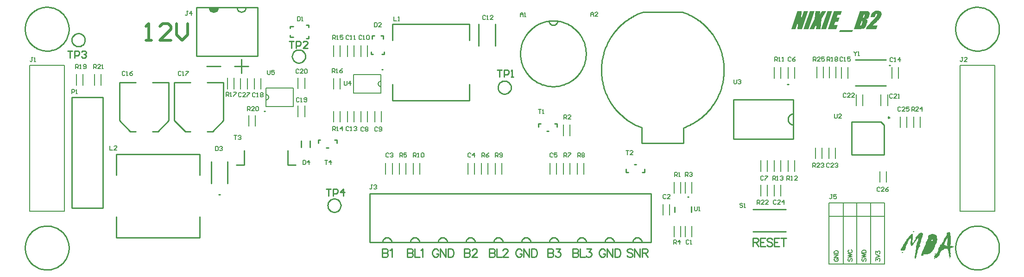
<source format=gto>
G04*
G04 #@! TF.GenerationSoftware,Altium Limited,Altium Designer,18.0.12 (696)*
G04*
G04 Layer_Color=65535*
%FSLAX25Y25*%
%MOIN*%
G70*
G01*
G75*
%ADD10C,0.01000*%
%ADD11C,0.00500*%
%ADD12C,0.00600*%
%ADD13C,0.02000*%
G36*
X643501Y31359D02*
X643091Y30922D01*
X642544Y31058D01*
X642845Y31797D01*
X643473D01*
X643501Y31359D01*
D02*
G37*
G36*
X650636Y24059D02*
X650008Y23595D01*
X649515Y23841D01*
X650144Y24387D01*
X650636Y24059D01*
D02*
G37*
G36*
X648750Y30566D02*
X649160Y30512D01*
X649543Y30238D01*
X649816Y29883D01*
X649980Y29445D01*
X649871Y28871D01*
X649680Y28188D01*
X649434Y27613D01*
X649188Y26903D01*
X648723Y25426D01*
X648504Y24770D01*
X648258Y23403D01*
X648012Y22692D01*
X647629Y21790D01*
X647410Y21189D01*
X647355Y21015D01*
X647821Y21435D01*
X648148Y20915D01*
X647383Y20423D01*
X647296Y20834D01*
X647355Y21015D01*
X647274Y20943D01*
X647296Y20834D01*
X647164Y20423D01*
X646754Y19521D01*
X646508Y19220D01*
X646454Y18619D01*
X646016Y17306D01*
X646071Y17033D01*
X645770Y16103D01*
X645633Y15393D01*
X645332Y14026D01*
X645141Y13369D01*
X644813Y12385D01*
X644622Y12139D01*
X644075Y11920D01*
X643938Y12412D01*
X643993Y13069D01*
X643911Y13342D01*
X643993Y13561D01*
X644266Y14518D01*
X644294Y15447D01*
X644540Y16459D01*
X644594Y17142D01*
X644704Y18127D01*
X644868Y18810D01*
X644786Y19193D01*
X644840Y20013D01*
X645059Y20615D01*
Y21107D01*
X645414Y22118D01*
X645360Y22446D01*
X645469Y23048D01*
X645743Y23895D01*
X646098Y24688D01*
X646399Y25071D01*
X646371Y25508D01*
X646481Y26000D01*
X646618Y26493D01*
X646481Y26657D01*
X646454Y26739D01*
X646153Y26493D01*
X645661Y26028D01*
X645141Y25426D01*
X644649Y24743D01*
X644184Y24032D01*
X643719Y23376D01*
X643282Y22665D01*
X642763Y21872D01*
X642407Y21435D01*
X642079Y21189D01*
X641642Y21025D01*
X641177Y21216D01*
X641068Y21599D01*
X640876Y22228D01*
X640849Y22802D01*
X641013Y24059D01*
X641095Y24606D01*
X641150Y25235D01*
X641122Y25836D01*
X641150Y26383D01*
X641095Y26739D01*
X640958Y26848D01*
Y26985D01*
X640876Y26821D01*
X640466Y26247D01*
X640029Y25618D01*
X639372Y24223D01*
X638935Y23403D01*
X638853Y23102D01*
X638334Y21982D01*
X637650Y20642D01*
X637404Y20040D01*
X637541Y19794D01*
X637377Y19220D01*
X637322Y18701D01*
X636884Y18209D01*
X636365Y17689D01*
X635709Y17607D01*
X635217D01*
X634561Y17580D01*
X634151Y17771D01*
X633877Y18045D01*
X633904Y18646D01*
X634451Y19767D01*
X634998Y20423D01*
X635189Y20478D01*
X635627Y21626D01*
X636556Y23102D01*
X636857Y23731D01*
X637322Y24278D01*
X637431Y24633D01*
X637951Y25180D01*
X638060Y25536D01*
X639400Y27313D01*
X639646Y27696D01*
X639892Y27860D01*
X640111Y28270D01*
X640657Y28762D01*
X641341Y29418D01*
X641915Y29719D01*
X642435D01*
X642626Y29336D01*
X642681Y28844D01*
X642653Y28324D01*
X642626Y27641D01*
X642571Y26793D01*
X642517Y26219D01*
X642489Y25563D01*
X642380Y24934D01*
X642243Y24251D01*
X642134Y23649D01*
X642106Y23157D01*
X642245Y22833D01*
X642489Y23212D01*
X642872Y23704D01*
X643419Y24497D01*
X643965Y25208D01*
X644321Y25754D01*
X644567Y26055D01*
X644485Y26164D01*
X644458Y26657D01*
X644704Y27258D01*
X645114Y27805D01*
X645551Y28297D01*
X645797Y28789D01*
X646399Y29445D01*
X646727Y29691D01*
X647246Y30156D01*
X647821Y30457D01*
X648258Y30676D01*
X648750Y30566D01*
D02*
G37*
G36*
X669255Y30894D02*
X669392Y30457D01*
X669501Y30375D01*
X669583Y29937D01*
X669665Y29445D01*
X669610Y29008D01*
X669665Y28570D01*
X669829Y28160D01*
X669774Y27942D01*
X669884Y27778D01*
X669911Y27504D01*
X670048Y27121D01*
X669911Y26793D01*
X669993Y26356D01*
X669939Y26192D01*
X669993Y25946D01*
X669966Y25508D01*
X670048Y25153D01*
X669911Y24497D01*
X669774Y23813D01*
X669829Y23458D01*
X669747Y23267D01*
Y22993D01*
Y22392D01*
X669720Y21845D01*
X669610Y21407D01*
X669638Y21216D01*
X669802Y21052D01*
X670075Y20943D01*
X670595Y20970D01*
X671005D01*
X671579Y20833D01*
X671601Y20744D01*
X671770Y20806D01*
X672126Y20642D01*
X671934Y20232D01*
X671606Y20122D01*
X671415D01*
X671333Y20040D01*
X670950Y19740D01*
X670704Y19712D01*
X670567Y19603D01*
X670103Y19521D01*
X669665Y19357D01*
X669610Y19302D01*
X669528Y19111D01*
X669501Y18810D01*
X669528Y18482D01*
X669610Y18127D01*
Y17635D01*
X669638Y17334D01*
Y16842D01*
X669665Y16432D01*
X669747Y15912D01*
X669774Y15420D01*
X669638Y14818D01*
X669720Y14764D01*
X669747Y14354D01*
X669829Y13971D01*
X669774Y13807D01*
X669829Y13698D01*
X669774Y13233D01*
X669501Y12959D01*
X668982Y12823D01*
X668872Y13069D01*
X668790Y13260D01*
X668736Y13561D01*
X668626Y13889D01*
X668462Y14545D01*
X668407Y15174D01*
X668462Y15584D01*
X668380Y15803D01*
X668353Y16650D01*
X668216Y16951D01*
X668189Y17416D01*
X668052Y17826D01*
X667915Y18017D01*
X667560Y18619D01*
Y18919D01*
X667341Y19138D01*
X666931Y19248D01*
X666412Y19165D01*
X665810Y19083D01*
X665427Y18919D01*
X664853Y18537D01*
X664416Y18345D01*
X664252Y18154D01*
X663760Y17880D01*
X662967Y17498D01*
X662885Y17443D01*
X662639Y16951D01*
X662502Y16541D01*
X662256Y16350D01*
X662147Y15994D01*
X661928Y15529D01*
X661736Y14791D01*
X661490Y14272D01*
X661135Y13698D01*
X660698Y13260D01*
X660288Y12905D01*
X659604Y12440D01*
X659085Y12331D01*
X658529Y12278D01*
X658620Y12549D01*
X658182D01*
X658083Y12528D01*
X658018Y12659D01*
X657882Y12823D01*
X657964Y13096D01*
X657909Y13287D01*
X658128Y13889D01*
X658346Y14190D01*
X658428Y14490D01*
X658647Y14791D01*
X658756Y14846D01*
X658839Y15065D01*
X659167Y15228D01*
X659249Y15311D01*
X659604Y15748D01*
X659850Y15857D01*
X660096Y16185D01*
X660397Y16760D01*
X660506Y16814D01*
X660534Y17033D01*
X660807Y17552D01*
X660889Y17798D01*
X660834Y18236D01*
X660862Y18701D01*
X660971Y19193D01*
X661080Y19630D01*
X661190Y19712D01*
X661162Y19794D01*
X661244Y20013D01*
X661764Y20478D01*
X661819Y20615D01*
X662174Y20915D01*
X662475Y21238D01*
X662283Y21161D01*
X661955Y21353D01*
X662065Y21708D01*
X662365Y21954D01*
X662857Y22063D01*
X662885Y21763D01*
X662830Y21599D01*
X662815Y21568D01*
X662557Y21325D01*
X662475Y21238D01*
X662693Y21325D01*
X662815Y21568D01*
X663022Y21763D01*
X663186Y22063D01*
X663268Y22255D01*
X663322Y22474D01*
X663650Y23075D01*
X663978Y23731D01*
X664443Y24497D01*
X664662Y24962D01*
X664799Y25126D01*
X664963Y25700D01*
X665127Y26301D01*
X665400Y26930D01*
X665783Y27422D01*
X666138Y27832D01*
X666384Y27969D01*
X666548Y28270D01*
X666767Y28488D01*
X666849Y28570D01*
X666822Y28707D01*
X666986Y29035D01*
X666931Y29418D01*
X667123Y29801D01*
X667040Y29992D01*
X667369Y30621D01*
X667642D01*
X667970Y30812D01*
X668052Y30840D01*
X668243Y31031D01*
X668845Y31113D01*
X669255Y30894D01*
D02*
G37*
G36*
X635572Y16295D02*
X635080Y15912D01*
X634533Y15939D01*
X634861Y16760D01*
X635408D01*
X635572Y16295D01*
D02*
G37*
G36*
X659194Y15775D02*
Y15529D01*
X659112Y15256D01*
X658674Y15146D01*
X658346Y15256D01*
X658483Y15693D01*
X658811Y15857D01*
X659194Y15775D01*
D02*
G37*
G36*
X658128Y29391D02*
X658592Y29336D01*
X658975Y29090D01*
X659002Y28953D01*
X659276Y28899D01*
X659577Y28543D01*
X659850Y28215D01*
X659932Y27668D01*
X660014Y27231D01*
Y26739D01*
X660069Y26383D01*
Y26000D01*
X660096Y25290D01*
X659987Y24743D01*
X659850Y24169D01*
X659823Y23677D01*
X659631Y23185D01*
X659331Y22610D01*
X659030Y21927D01*
X658674Y21271D01*
X658592Y20833D01*
X658346Y20013D01*
X658046Y19521D01*
X657800Y18837D01*
X657307Y18236D01*
X656843Y17634D01*
X655366Y16076D01*
X654792Y15693D01*
X654054Y15311D01*
X653343Y15065D01*
X652058Y14928D01*
X651457Y14983D01*
X650937Y14928D01*
X650500Y14900D01*
X650226Y15010D01*
X650222Y15014D01*
X650281Y14818D01*
X650117Y14408D01*
X649734Y13943D01*
X649297Y13861D01*
X648996Y13916D01*
X648805Y14053D01*
X648723Y14272D01*
X648668Y14572D01*
X648805Y15228D01*
X648941Y15803D01*
X649160Y16322D01*
X649324Y16842D01*
X649461Y17279D01*
X649789Y17963D01*
X650090Y18646D01*
X650418Y19220D01*
X650609Y19712D01*
X650882Y20204D01*
X651129Y20861D01*
X651429Y21681D01*
X651757Y22282D01*
Y22638D01*
X651922Y23267D01*
X652277Y24059D01*
X652660Y24661D01*
X652824Y25126D01*
X653289Y26000D01*
X653425Y26411D01*
X653452Y26793D01*
X653589Y27067D01*
X653452Y27258D01*
X653480Y27668D01*
X653535Y27996D01*
X653835Y28598D01*
X654273Y28926D01*
X654929Y29117D01*
X655558Y29391D01*
X656241Y29555D01*
X656925Y29609D01*
X657253D01*
X658128Y29391D01*
D02*
G37*
G36*
X669556Y12686D02*
X669501Y12358D01*
X669474Y12331D01*
X669392Y12248D01*
X669228Y12139D01*
X669009Y12057D01*
X668763Y12167D01*
X668818Y12494D01*
X669146Y12741D01*
X669556Y12686D01*
D02*
G37*
G36*
X658155Y12385D02*
X658401D01*
X658510Y12276D01*
X658529Y12278D01*
X658483Y12139D01*
X658292Y11811D01*
X657745Y11866D01*
X657800Y12467D01*
X658083Y12528D01*
X658155Y12385D01*
D02*
G37*
G36*
X577034Y184403D02*
X576331Y177165D01*
X572980D01*
Y177184D01*
Y177258D01*
X572999Y177369D01*
X573017Y177517D01*
Y177721D01*
X573054Y177943D01*
X573073Y178202D01*
X573110Y178517D01*
X573165Y178831D01*
X573202Y179183D01*
X573276Y179572D01*
X573332Y179979D01*
X573424Y180405D01*
X573517Y180849D01*
X573714Y181760D01*
X573702Y181737D01*
X573684Y181682D01*
X573647Y181608D01*
X573610Y181497D01*
X573573Y181386D01*
X573443Y181071D01*
X573295Y180719D01*
X573110Y180294D01*
X572888Y179849D01*
X572647Y179350D01*
X571592Y177165D01*
X568075D01*
X571740Y184403D01*
X572499Y190178D01*
X575997D01*
Y190141D01*
X575979Y190067D01*
X575960Y189919D01*
X575923Y189697D01*
X575886Y189437D01*
X575849Y189123D01*
X575794Y188753D01*
X575738Y188327D01*
Y188308D01*
Y188290D01*
X575720Y188234D01*
Y188160D01*
X575683Y187975D01*
X575646Y187753D01*
X575590Y187512D01*
X575535Y187235D01*
X575461Y186976D01*
X575387Y186716D01*
X577108Y190178D01*
X580199D01*
X577034Y184403D01*
D02*
G37*
G36*
X562818Y177165D02*
X559635D01*
X560171Y182922D01*
X558209Y177165D01*
X555118D01*
X559542Y190178D01*
X562596D01*
X562207Y184477D01*
X564151Y190178D01*
X567242D01*
X562818Y177165D01*
D02*
G37*
G36*
X617460Y190400D02*
X617626Y190382D01*
X617793Y190363D01*
X618219Y190289D01*
X618644Y190178D01*
X619089Y189993D01*
X619292Y189882D01*
X619477Y189752D01*
X619644Y189604D01*
X619773Y189419D01*
Y189400D01*
X619811Y189382D01*
X619829Y189326D01*
X619866Y189252D01*
X619922Y189141D01*
X619959Y189030D01*
X620014Y188901D01*
X620051Y188753D01*
X620125Y188382D01*
X620144Y187975D01*
X620125Y187735D01*
X620088Y187494D01*
X620033Y187235D01*
X619959Y186957D01*
Y186939D01*
X619940Y186902D01*
X619922Y186846D01*
X619885Y186753D01*
X619848Y186661D01*
X619792Y186531D01*
X619644Y186235D01*
X619459Y185884D01*
X619218Y185476D01*
X618922Y185051D01*
X618589Y184588D01*
X618570Y184569D01*
X618533Y184532D01*
X618478Y184458D01*
X618385Y184329D01*
X618256Y184181D01*
X618071Y183996D01*
X617867Y183773D01*
X617626Y183514D01*
X617330Y183200D01*
X616979Y182829D01*
X616590Y182441D01*
X616127Y181978D01*
X615627Y181478D01*
X615054Y180923D01*
X614424Y180312D01*
X613721Y179646D01*
X617182D01*
X616349Y177165D01*
X609038D01*
X609723Y179183D01*
X609741Y179201D01*
X609778Y179238D01*
X609852Y179313D01*
X609926Y179405D01*
X610037Y179516D01*
X610185Y179664D01*
X610333Y179812D01*
X610500Y179997D01*
X610870Y180405D01*
X611314Y180849D01*
X611777Y181349D01*
X612277Y181867D01*
X613276Y182940D01*
X613758Y183459D01*
X614221Y183958D01*
X614646Y184421D01*
X615017Y184828D01*
X615183Y185014D01*
X615331Y185180D01*
X615442Y185310D01*
X615553Y185439D01*
X615572Y185458D01*
X615590Y185495D01*
X615646Y185550D01*
X615720Y185643D01*
X615868Y185847D01*
X616072Y186106D01*
X616275Y186402D01*
X616479Y186716D01*
X616645Y187013D01*
X616756Y187272D01*
Y187290D01*
X616775Y187346D01*
X616812Y187438D01*
X616830Y187531D01*
X616867Y187753D01*
Y187846D01*
X616849Y187938D01*
Y187957D01*
X616830Y187975D01*
X616775Y188049D01*
X616664Y188105D01*
X616590Y188142D01*
X616460D01*
X616349Y188105D01*
X616183Y188049D01*
X616109Y187975D01*
X616016Y187901D01*
X615998Y187883D01*
X615979Y187864D01*
X615924Y187790D01*
X615868Y187698D01*
X615794Y187568D01*
X615720Y187383D01*
X615627Y187161D01*
X615535Y186902D01*
X615072Y185532D01*
X611888D01*
X612092Y186161D01*
Y186180D01*
X612110Y186217D01*
X612129Y186272D01*
X612147Y186346D01*
X612221Y186531D01*
X612314Y186791D01*
X612425Y187050D01*
X612536Y187346D01*
X612666Y187624D01*
X612777Y187864D01*
X612795Y187901D01*
X612832Y187975D01*
X612925Y188105D01*
X613036Y188253D01*
X613166Y188456D01*
X613332Y188660D01*
X613536Y188882D01*
X613776Y189123D01*
X613813Y189160D01*
X613906Y189234D01*
X614035Y189345D01*
X614221Y189474D01*
X614443Y189641D01*
X614702Y189789D01*
X614998Y189956D01*
X615294Y190085D01*
X615313D01*
X615331Y190104D01*
X615442Y190141D01*
X615609Y190196D01*
X615849Y190252D01*
X616127Y190307D01*
X616442Y190363D01*
X616775Y190400D01*
X617145Y190419D01*
X617330D01*
X617460Y190400D01*
D02*
G37*
G36*
X608631Y190159D02*
X608982Y190141D01*
X609371Y190122D01*
X609760Y190067D01*
X610130Y190011D01*
X610296Y189956D01*
X610444Y189919D01*
X610482Y189900D01*
X610574Y189863D01*
X610704Y189789D01*
X610852Y189697D01*
X611018Y189549D01*
X611203Y189382D01*
X611351Y189141D01*
X611463Y188882D01*
X611481Y188845D01*
Y188808D01*
X611500Y188734D01*
Y188660D01*
X611518Y188549D01*
Y188419D01*
Y188290D01*
Y188123D01*
X611500Y187938D01*
X611481Y187735D01*
X611444Y187512D01*
X611388Y187272D01*
X611333Y187013D01*
X611240Y186735D01*
X611148Y186420D01*
Y186402D01*
X611129Y186365D01*
X611111Y186309D01*
X611074Y186235D01*
X611000Y186032D01*
X610889Y185773D01*
X610741Y185495D01*
X610593Y185217D01*
X610407Y184977D01*
X610204Y184755D01*
X610185Y184736D01*
X610111Y184680D01*
X609982Y184606D01*
X609797Y184495D01*
X609593Y184403D01*
X609315Y184310D01*
X609019Y184236D01*
X608668Y184181D01*
X608705D01*
X608760Y184162D01*
X608834D01*
X609001Y184107D01*
X609204Y184051D01*
X609426Y183940D01*
X609630Y183810D01*
X609797Y183644D01*
X609852Y183533D01*
X609908Y183422D01*
X609926Y183385D01*
X609945Y183292D01*
X609963Y183144D01*
Y182940D01*
X609945Y182663D01*
X609908Y182330D01*
X609815Y181941D01*
X609686Y181497D01*
X609297Y180312D01*
Y180294D01*
X609278Y180256D01*
X609260Y180183D01*
X609223Y180090D01*
X609167Y179979D01*
X609130Y179849D01*
X609001Y179572D01*
X608853Y179238D01*
X608668Y178905D01*
X608482Y178591D01*
X608279Y178313D01*
X608260Y178276D01*
X608186Y178202D01*
X608075Y178091D01*
X607909Y177943D01*
X607724Y177795D01*
X607501Y177647D01*
X607242Y177517D01*
X606965Y177406D01*
X606928Y177387D01*
X606891D01*
X606816Y177369D01*
X606724Y177350D01*
X606613Y177332D01*
X606483Y177313D01*
X606335Y177295D01*
X606150Y177258D01*
X605947Y177239D01*
X605724Y177221D01*
X605465Y177202D01*
X605188Y177184D01*
X604891D01*
X604558Y177165D01*
X600209D01*
X604632Y190178D01*
X608482D01*
X608631Y190159D01*
D02*
G37*
G36*
X590713Y187327D02*
X588492D01*
X587770Y185236D01*
X589843D01*
X588917Y182496D01*
X586844D01*
X585993Y180016D01*
X588418D01*
X587455Y177165D01*
X581402Y177165D01*
X585826Y190178D01*
X591675D01*
X590713Y187327D01*
D02*
G37*
G36*
X580292Y177165D02*
X576664D01*
X581088Y190178D01*
X584716Y190178D01*
X580292Y177165D01*
D02*
G37*
G36*
X567631D02*
X564003D01*
X568427Y190178D01*
X572055D01*
X567631Y177165D01*
D02*
G37*
G36*
X599061Y175148D02*
X589695D01*
X590084Y176258D01*
X599450D01*
X599061Y175148D01*
D02*
G37*
%LPC*%
G36*
X667478Y27039D02*
X667205Y26711D01*
X667177Y26411D01*
X666876Y26110D01*
X666794Y25864D01*
X666658Y25645D01*
X666412Y25208D01*
X666248Y24798D01*
X666166Y24579D01*
X665974Y24415D01*
X665892Y24169D01*
X665619Y23458D01*
X665482Y23048D01*
X665236Y22774D01*
Y22474D01*
X664990Y22146D01*
X665045Y22009D01*
X665455Y21790D01*
X666002Y21571D01*
X666125Y21486D01*
X665947Y21107D01*
X666166Y20888D01*
X666685Y20970D01*
X666719Y21065D01*
X666959Y21025D01*
X667205Y21052D01*
X667259Y21079D01*
X667423Y21216D01*
X667369Y21353D01*
X667259Y21845D01*
X667369Y22255D01*
X667314Y22446D01*
Y22692D01*
X667259Y22993D01*
X667478Y23622D01*
X667341Y24114D01*
X667505Y24305D01*
X667478Y24524D01*
X667615Y25399D01*
X667560Y25809D01*
X667615Y26110D01*
X667478Y26438D01*
X667451Y26657D01*
X667478Y27039D01*
D02*
G37*
G36*
X671601Y20744D02*
X671470Y20696D01*
X671360Y20478D01*
X671223Y20122D01*
X671415D01*
X671442Y20150D01*
X671661Y20341D01*
X671634Y20615D01*
X671601Y20744D01*
D02*
G37*
%LPD*%
G36*
X666822Y21353D02*
X666719Y21065D01*
X666630Y21079D01*
X666439Y21271D01*
X666125Y21486D01*
X666166Y21571D01*
X666412D01*
X666658Y21626D01*
X666822Y21353D01*
D02*
G37*
%LPC*%
G36*
X656870Y25590D02*
X655804Y25481D01*
X655886Y24770D01*
X656597Y24825D01*
X657007Y25153D01*
X656870Y25590D01*
D02*
G37*
G36*
X607520Y187698D02*
X607409D01*
X606576Y185217D01*
X606613D01*
X606650Y185199D01*
X606779D01*
X606854Y185217D01*
X606946D01*
X607131Y185273D01*
X607205Y185328D01*
X607279Y185384D01*
Y185402D01*
X607316Y185439D01*
X607353Y185495D01*
X607409Y185606D01*
X607483Y185773D01*
X607576Y185995D01*
X607631Y186124D01*
X607687Y186272D01*
X607742Y186457D01*
X607816Y186643D01*
Y186661D01*
X607853Y186735D01*
X607872Y186828D01*
X607909Y186939D01*
X607964Y187198D01*
X607983Y187290D01*
Y187383D01*
Y187401D01*
Y187420D01*
X607964Y187494D01*
X607909Y187568D01*
X607835Y187624D01*
X607816Y187642D01*
X607742Y187661D01*
X607613Y187679D01*
X607520Y187698D01*
D02*
G37*
G36*
X605780Y182904D02*
X604688Y179664D01*
X604836D01*
X604928Y179683D01*
X605151Y179720D01*
X605243Y179757D01*
X605336Y179812D01*
X605354D01*
X605373Y179849D01*
X605410Y179905D01*
X605465Y179979D01*
X605539Y180090D01*
X605613Y180238D01*
X605687Y180442D01*
X605780Y180682D01*
X606187Y181867D01*
X606206Y181904D01*
X606224Y181997D01*
X606261Y182107D01*
X606298Y182256D01*
X606335Y182422D01*
X606372Y182552D01*
Y182663D01*
X606354Y182737D01*
X606335Y182755D01*
X606298Y182774D01*
X606261Y182811D01*
X606187Y182829D01*
X606076Y182866D01*
X605947Y182885D01*
X605780Y182904D01*
D02*
G37*
%LPD*%
D10*
X625736Y113425D02*
X624986Y113858D01*
Y112992D01*
X625736Y113425D01*
X144095Y58071D02*
X143307D01*
X144095D01*
X481299Y56299D02*
X480512D01*
X481299D01*
X556713Y116142D02*
X555694Y116008D01*
X554744Y115614D01*
X553929Y114989D01*
X553303Y114173D01*
X552910Y113224D01*
X552776Y112205D01*
X552910Y111186D01*
X553303Y110236D01*
X553929Y109421D01*
X554744Y108795D01*
X555694Y108402D01*
X556713Y108268D01*
X553169Y137402D02*
X552382D01*
X553169D01*
X448416Y189397D02*
X447475Y189065D01*
X446543Y188713D01*
X445618Y188339D01*
X444702Y187945D01*
X443795Y187530D01*
X442897Y187094D01*
X442010Y186639D01*
X441133Y186163D01*
X440268Y185668D01*
X439413Y185153D01*
X438571Y184619D01*
X437741Y184066D01*
X436924Y183495D01*
X436119Y182905D01*
X435328Y182297D01*
X434552Y181672D01*
X433789Y181029D01*
X433041Y180369D01*
X432309Y179692D01*
X431592Y178999D01*
X430890Y178290D01*
X430205Y177565D01*
X429537Y176825D01*
X428885Y176070D01*
X428251Y175300D01*
X427634Y174516D01*
X427035Y173719D01*
X426455Y172908D01*
X425892Y172084D01*
X425349Y171247D01*
X424824Y170399D01*
X424320Y169539D01*
X423834Y168668D01*
X423368Y167786D01*
X422923Y166894D01*
X422497Y165991D01*
X422093Y165080D01*
X421709Y164159D01*
X421345Y163231D01*
X421003Y162294D01*
X420683Y161349D01*
X420383Y160398D01*
X420106Y159440D01*
X419849Y158476D01*
X419615Y157507D01*
X419403Y156532D01*
X419213Y155553D01*
X419045Y154570D01*
X418899Y153583D01*
X418776Y152593D01*
X418675Y151601D01*
X418597Y150607D01*
X418541Y149611D01*
X418508Y148614D01*
X418497Y147617D01*
X418509Y146620D01*
X418543Y145623D01*
X418600Y144627D01*
X418679Y143633D01*
X418781Y142641D01*
X418905Y141651D01*
X419052Y140665D01*
X419220Y139681D01*
X419412Y138703D01*
X419625Y137728D01*
X419860Y136759D01*
X420117Y135795D01*
X420395Y134838D01*
X420696Y133887D01*
X421017Y132942D01*
X421360Y132006D01*
X421724Y131077D01*
X422109Y130157D01*
X422515Y129246D01*
X422941Y128344D01*
X423387Y127453D01*
X423854Y126571D01*
X424340Y125700D01*
X424846Y124841D01*
X425371Y123993D01*
X425916Y123157D01*
X426479Y122334D01*
X427060Y121523D01*
X427660Y120726D01*
X428277Y119943D01*
X428912Y119174D01*
X429565Y118420D01*
X430234Y117680D01*
X430920Y116956D01*
X431621Y116247D01*
X432339Y115555D01*
X433072Y114879D01*
X433821Y114219D01*
X434584Y113577D01*
X435361Y112952D01*
X436153Y112345D01*
X436958Y111756D01*
X437776Y111186D01*
X438606Y110634D01*
X439449Y110100D01*
X440304Y109587D01*
X441170Y109092D01*
X442047Y108617D01*
X442935Y108163D01*
X443833Y107728D01*
X444740Y107314D01*
X445656Y106920D01*
X446582Y106548D01*
X447515Y106196D01*
X477479Y106130D02*
X478415Y106478D01*
X479344Y106847D01*
X480264Y107237D01*
X481175Y107647D01*
X482076Y108078D01*
X482967Y108530D01*
X483848Y109002D01*
X484718Y109493D01*
X485577Y110004D01*
X486424Y110534D01*
X487258Y111083D01*
X488080Y111652D01*
X488889Y112238D01*
X489684Y112843D01*
X490466Y113466D01*
X491233Y114106D01*
X491985Y114763D01*
X492723Y115438D01*
X493445Y116129D01*
X494151Y116835D01*
X494840Y117558D01*
X495514Y118297D01*
X496170Y119050D01*
X496809Y119818D01*
X497431Y120600D01*
X498034Y121397D01*
X498620Y122206D01*
X499187Y123029D01*
X499735Y123864D01*
X500264Y124712D01*
X500774Y125571D01*
X501264Y126442D01*
X501735Y127323D01*
X502185Y128215D01*
X502615Y129117D01*
X503024Y130029D01*
X503413Y130949D01*
X503781Y131878D01*
X504127Y132816D01*
X504452Y133760D01*
X504756Y134712D01*
X505038Y135671D01*
X505298Y136635D01*
X505537Y137606D01*
X505753Y138581D01*
X505947Y139561D01*
X506119Y140546D01*
X506268Y141534D01*
X506395Y142525D01*
X506500Y143518D01*
X506582Y144514D01*
X506642Y145511D01*
X506678Y146510D01*
X506693Y147509D01*
X506684Y148508D01*
X506653Y149507D01*
X506600Y150505D01*
X506523Y151501D01*
X506425Y152495D01*
X506303Y153487D01*
X506159Y154476D01*
X505993Y155461D01*
X505805Y156442D01*
X505594Y157419D01*
X505362Y158391D01*
X505107Y159357D01*
X504831Y160317D01*
X504532Y161271D01*
X504213Y162217D01*
X503872Y163156D01*
X503510Y164088D01*
X503126Y165010D01*
X502722Y165924D01*
X502298Y166829D01*
X501853Y167723D01*
X501388Y168608D01*
X500902Y169481D01*
X500398Y170343D01*
X499873Y171194D01*
X499330Y172033D01*
X498768Y172859D01*
X498187Y173672D01*
X497588Y174471D01*
X496971Y175257D01*
X496337Y176029D01*
X495685Y176786D01*
X495016Y177528D01*
X494330Y178255D01*
X493628Y178966D01*
X492910Y179661D01*
X492177Y180340D01*
X491428Y181002D01*
X490665Y181647D01*
X489887Y182274D01*
X489095Y182883D01*
X488290Y183474D01*
X487471Y184047D01*
X486640Y184602D01*
X485796Y185137D01*
X484941Y185653D01*
X484074Y186149D01*
X483195Y186626D01*
X482307Y187083D01*
X481408Y187519D01*
X480500Y187935D01*
X479582Y188330D01*
X478655Y188705D01*
X477721Y189058D01*
X476779Y189390D01*
X261260Y147874D02*
X260472D01*
X261260D01*
X176535Y117874D02*
X175748D01*
X176535D01*
X353543Y135039D02*
X353440Y136022D01*
X353135Y136961D01*
X352641Y137816D01*
X351980Y138550D01*
X351181Y139131D01*
X350279Y139532D01*
X349313Y139738D01*
X348325D01*
X347359Y139532D01*
X346457Y139131D01*
X345658Y138550D01*
X344997Y137816D01*
X344503Y136961D01*
X344198Y136022D01*
X344094Y135039D01*
X344198Y134057D01*
X344503Y133118D01*
X344997Y132262D01*
X345658Y131528D01*
X346457Y130948D01*
X347359Y130546D01*
X348325Y130341D01*
X349313D01*
X350279Y130546D01*
X351181Y130948D01*
X351980Y131528D01*
X352641Y132262D01*
X353135Y133118D01*
X353440Y134057D01*
X353543Y135039D01*
X231102Y50197D02*
X230999Y51179D01*
X230694Y52118D01*
X230200Y52974D01*
X229539Y53708D01*
X228740Y54288D01*
X227838Y54690D01*
X226872Y54895D01*
X225884D01*
X224918Y54690D01*
X224016Y54288D01*
X223217Y53708D01*
X222556Y52974D01*
X222062Y52118D01*
X221757Y51179D01*
X221654Y50197D01*
X221757Y49215D01*
X222062Y48275D01*
X222556Y47420D01*
X223217Y46686D01*
X224016Y46105D01*
X224918Y45704D01*
X225884Y45498D01*
X226872D01*
X227838Y45704D01*
X228740Y46105D01*
X229539Y46686D01*
X230200Y47420D01*
X230694Y48275D01*
X230999Y49215D01*
X231102Y50197D01*
X47047Y169291D02*
X46944Y170274D01*
X46639Y171213D01*
X46145Y172068D01*
X45484Y172802D01*
X44685Y173383D01*
X43783Y173784D01*
X42817Y173990D01*
X41829D01*
X40863Y173784D01*
X39961Y173383D01*
X39162Y172802D01*
X38501Y172068D01*
X38007Y171213D01*
X37702Y170274D01*
X37598Y169291D01*
X37702Y168309D01*
X38007Y167370D01*
X38501Y166514D01*
X39162Y165780D01*
X39961Y165200D01*
X40863Y164798D01*
X41829Y164593D01*
X42817D01*
X43783Y164798D01*
X44685Y165200D01*
X45484Y165780D01*
X46145Y166514D01*
X46639Y167370D01*
X46944Y168309D01*
X47047Y169291D01*
X205512Y157480D02*
X205409Y158463D01*
X205103Y159402D01*
X204609Y160257D01*
X203949Y160991D01*
X203150Y161572D01*
X202247Y161974D01*
X201281Y162179D01*
X200294D01*
X199328Y161974D01*
X198425Y161572D01*
X197626Y160991D01*
X196965Y160257D01*
X196471Y159402D01*
X196166Y158463D01*
X196063Y157480D01*
X196166Y156498D01*
X196471Y155559D01*
X196965Y154703D01*
X197626Y153969D01*
X198425Y153389D01*
X199328Y152987D01*
X200294Y152782D01*
X201281D01*
X202247Y152987D01*
X203150Y153389D01*
X203949Y153969D01*
X204609Y154703D01*
X205103Y155559D01*
X205409Y156498D01*
X205512Y157480D01*
X139106Y192697D02*
X139606Y192197D01*
X140106Y192697D01*
X138606D02*
X139106Y191831D01*
X140106D01*
X140606Y192697D01*
X138106D02*
X138393Y191815D01*
X139143Y191270D01*
X140070D01*
X140820Y191815D01*
X141106Y192697D01*
X137606D02*
X137874Y191697D01*
X138606Y190965D01*
X139606Y190697D01*
X140606Y190965D01*
X141338Y191697D01*
X141606Y192697D01*
X137106D02*
X137297Y191740D01*
X137838Y190929D01*
X138650Y190387D01*
X139606Y190197D01*
X140563Y190387D01*
X141374Y190929D01*
X141916Y191740D01*
X142106Y192697D01*
X156358D02*
X156517Y191693D01*
X156979Y190788D01*
X157697Y190069D01*
X158603Y189608D01*
X159606Y189449D01*
X160610Y189608D01*
X161515Y190069D01*
X162234Y190788D01*
X162695Y191693D01*
X162854Y192697D01*
X136358D02*
X136517Y191693D01*
X136979Y190788D01*
X137697Y190069D01*
X138603Y189608D01*
X139606Y189449D01*
X140610Y189608D01*
X141515Y190069D01*
X142234Y190788D01*
X142695Y191693D01*
X142854Y192697D01*
X626378Y151181D02*
X625591D01*
X626378D01*
X380803Y182307D02*
X381218Y181354D01*
X381920Y180588D01*
X382833Y180093D01*
X383858Y179921D01*
X384883Y180093D01*
X385797Y180588D01*
X386499Y181354D01*
X386914Y182307D01*
X407480Y159449D02*
X407459Y160451D01*
X407395Y161452D01*
X407289Y162449D01*
X407140Y163441D01*
X406950Y164426D01*
X406718Y165401D01*
X406445Y166366D01*
X406131Y167318D01*
X405777Y168256D01*
X405383Y169179D01*
X404951Y170083D01*
X404481Y170969D01*
X403973Y171834D01*
X403429Y172677D01*
X402850Y173495D01*
X402237Y174289D01*
X401591Y175055D01*
X400912Y175794D01*
X400203Y176503D01*
X399465Y177181D01*
X398698Y177828D01*
X397905Y178441D01*
X397086Y179020D01*
X396244Y179564D01*
X395379Y180071D01*
X394493Y180542D01*
X393588Y180974D01*
X392666Y181368D01*
X391728Y181721D01*
X390775Y182035D01*
X389810Y182309D01*
X388835Y182541D01*
X387850Y182731D01*
X386859Y182879D01*
X385861Y182986D01*
X384861Y183050D01*
X383858Y183071D01*
X382856Y183050D01*
X381855Y182986D01*
X380858Y182879D01*
X379866Y182731D01*
X378882Y182541D01*
X377906Y182309D01*
X376941Y182035D01*
X375989Y181721D01*
X375051Y181367D01*
X374128Y180974D01*
X373223Y180542D01*
X372338Y180071D01*
X371473Y179564D01*
X370631Y179020D01*
X369812Y178441D01*
X369018Y177828D01*
X368252Y177181D01*
X367513Y176503D01*
X366804Y175794D01*
X366126Y175055D01*
X365479Y174289D01*
X364866Y173495D01*
X364287Y172677D01*
X363743Y171834D01*
X363236Y170969D01*
X362766Y170083D01*
X362333Y169179D01*
X361940Y168256D01*
X361586Y167318D01*
X361272Y166366D01*
X360998Y165401D01*
X360766Y164426D01*
X360576Y163441D01*
X360427Y162449D01*
X360321Y161452D01*
X360258Y160451D01*
X360236Y159449D01*
X360258Y158446D01*
X360321Y157446D01*
X360428Y156448D01*
X360576Y155457D01*
X360766Y154472D01*
X360998Y153497D01*
X361272Y152532D01*
X361586Y151579D01*
X361940Y150641D01*
X362333Y149719D01*
X362766Y148814D01*
X363236Y147928D01*
X363743Y147064D01*
X364287Y146221D01*
X364866Y145402D01*
X365479Y144609D01*
X366126Y143842D01*
X366804Y143104D01*
X367513Y142395D01*
X368252Y141716D01*
X369019Y141070D01*
X369812Y140457D01*
X370631Y139878D01*
X371473Y139334D01*
X372338Y138826D01*
X373224Y138356D01*
X374128Y137924D01*
X375051Y137530D01*
X375989Y137176D01*
X376941Y136862D01*
X377906Y136589D01*
X378882Y136357D01*
X379866Y136167D01*
X380858Y136018D01*
X381855Y135912D01*
X382856Y135848D01*
X383858Y135827D01*
X384861Y135848D01*
X385862Y135912D01*
X386859Y136018D01*
X387850Y136167D01*
X388835Y136357D01*
X389811Y136589D01*
X390775Y136862D01*
X391728Y137176D01*
X392666Y137530D01*
X393588Y137924D01*
X394493Y138356D01*
X395379Y138827D01*
X396244Y139334D01*
X397086Y139878D01*
X397905Y140457D01*
X398698Y141070D01*
X399465Y141716D01*
X400203Y142395D01*
X400912Y143104D01*
X401591Y143842D01*
X402237Y144609D01*
X402850Y145402D01*
X403429Y146221D01*
X403973Y147064D01*
X404481Y147929D01*
X404951Y148814D01*
X405383Y149719D01*
X405777Y150641D01*
X406131Y151579D01*
X406445Y152532D01*
X406718Y153497D01*
X406950Y154472D01*
X407140Y155457D01*
X407289Y156448D01*
X407395Y157446D01*
X407459Y158446D01*
X407480Y159449D01*
X447579Y23839D02*
X447420Y24842D01*
X446958Y25748D01*
X446240Y26466D01*
X445334Y26928D01*
X444331Y27087D01*
X443327Y26928D01*
X442422Y26466D01*
X441703Y25748D01*
X441242Y24842D01*
X441083Y23839D01*
X427579D02*
X427420Y24842D01*
X426958Y25748D01*
X426240Y26466D01*
X425334Y26928D01*
X424331Y27087D01*
X423327Y26928D01*
X422422Y26466D01*
X421703Y25748D01*
X421242Y24842D01*
X421083Y23839D01*
X407579D02*
X407420Y24842D01*
X406958Y25748D01*
X406240Y26466D01*
X405334Y26928D01*
X404331Y27087D01*
X403327Y26928D01*
X402422Y26466D01*
X401703Y25748D01*
X401242Y24842D01*
X401083Y23839D01*
X387579D02*
X387420Y24842D01*
X386958Y25748D01*
X386240Y26466D01*
X385334Y26928D01*
X384331Y27087D01*
X383327Y26928D01*
X382422Y26466D01*
X381703Y25748D01*
X381242Y24842D01*
X381083Y23839D01*
X367579D02*
X367420Y24842D01*
X366958Y25748D01*
X366240Y26466D01*
X365334Y26928D01*
X364331Y27087D01*
X363327Y26928D01*
X362422Y26466D01*
X361703Y25748D01*
X361242Y24842D01*
X361083Y23839D01*
X347579D02*
X347420Y24842D01*
X346958Y25748D01*
X346240Y26466D01*
X345334Y26928D01*
X344331Y27087D01*
X343327Y26928D01*
X342422Y26466D01*
X341703Y25748D01*
X341242Y24842D01*
X341083Y23839D01*
X327579D02*
X327420Y24842D01*
X326958Y25748D01*
X326240Y26466D01*
X325334Y26928D01*
X324331Y27087D01*
X323327Y26928D01*
X322422Y26466D01*
X321703Y25748D01*
X321242Y24842D01*
X321083Y23839D01*
X307579D02*
X307420Y24842D01*
X306958Y25748D01*
X306240Y26466D01*
X305334Y26928D01*
X304331Y27087D01*
X303327Y26928D01*
X302422Y26466D01*
X301703Y25748D01*
X301242Y24842D01*
X301083Y23839D01*
X287579D02*
X287420Y24842D01*
X286958Y25748D01*
X286240Y26466D01*
X285334Y26928D01*
X284331Y27087D01*
X283327Y26928D01*
X282422Y26466D01*
X281703Y25748D01*
X281242Y24842D01*
X281083Y23839D01*
X267579D02*
X267420Y24842D01*
X266958Y25748D01*
X266240Y26466D01*
X265334Y26928D01*
X264331Y27087D01*
X263327Y26928D01*
X262422Y26466D01*
X261703Y25748D01*
X261242Y24842D01*
X261083Y23839D01*
X704724Y19685D02*
X704693Y20684D01*
X704598Y21679D01*
X704440Y22665D01*
X704220Y23640D01*
X703938Y24599D01*
X703596Y25538D01*
X703196Y26454D01*
X702738Y27342D01*
X702224Y28199D01*
X701658Y29022D01*
X701040Y29808D01*
X700374Y30552D01*
X699662Y31253D01*
X698906Y31908D01*
X698111Y32513D01*
X697279Y33066D01*
X696414Y33566D01*
X695518Y34010D01*
X694597Y34396D01*
X693652Y34723D01*
X692689Y34989D01*
X691711Y35194D01*
X690722Y35336D01*
X689726Y35415D01*
X688727Y35431D01*
X687728Y35383D01*
X686735Y35273D01*
X685751Y35099D01*
X684780Y34864D01*
X683826Y34567D01*
X682892Y34210D01*
X681983Y33795D01*
X681102Y33323D01*
X680253Y32796D01*
X679439Y32217D01*
X678664Y31587D01*
X677929Y30909D01*
X677240Y30185D01*
X676598Y29420D01*
X676005Y28615D01*
X675465Y27775D01*
X674979Y26901D01*
X674549Y25999D01*
X674178Y25071D01*
X673866Y24122D01*
X673615Y23155D01*
X673426Y22173D01*
X673300Y21182D01*
X673236Y20185D01*
Y19185D01*
X673300Y18188D01*
X673426Y17197D01*
X673615Y16216D01*
X673866Y15248D01*
X674178Y14299D01*
X674549Y13371D01*
X674979Y12469D01*
X675465Y11596D01*
X676005Y10755D01*
X676598Y9950D01*
X677240Y9185D01*
X677929Y8461D01*
X678664Y7784D01*
X679439Y7153D01*
X680253Y6574D01*
X681102Y6047D01*
X681983Y5575D01*
X682892Y5160D01*
X683826Y4803D01*
X684780Y4506D01*
X685751Y4271D01*
X686735Y4097D01*
X687728Y3986D01*
X688727Y3939D01*
X689726Y3955D01*
X690722Y4034D01*
X691711Y4176D01*
X692689Y4381D01*
X693652Y4647D01*
X694597Y4974D01*
X695518Y5360D01*
X696414Y5804D01*
X697279Y6303D01*
X698111Y6857D01*
X698906Y7462D01*
X699661Y8117D01*
X700374Y8818D01*
X701040Y9562D01*
X701658Y10348D01*
X702224Y11171D01*
X702738Y12028D01*
X703196Y12917D01*
X703596Y13832D01*
X703938Y14771D01*
X704220Y15730D01*
X704440Y16705D01*
X704598Y17691D01*
X704693Y18686D01*
X704724Y19685D01*
Y177165D02*
X704693Y178164D01*
X704598Y179159D01*
X704440Y180146D01*
X704220Y181120D01*
X703938Y182079D01*
X703596Y183018D01*
X703196Y183934D01*
X702738Y184822D01*
X702224Y185679D01*
X701658Y186503D01*
X701040Y187288D01*
X700374Y188033D01*
X699662Y188734D01*
X698906Y189388D01*
X698111Y189993D01*
X697279Y190547D01*
X696414Y191047D01*
X695518Y191490D01*
X694597Y191876D01*
X693652Y192203D01*
X692689Y192470D01*
X691711Y192674D01*
X690722Y192816D01*
X689726Y192895D01*
X688727Y192911D01*
X687728Y192864D01*
X686735Y192753D01*
X685751Y192580D01*
X684780Y192344D01*
X683826Y192047D01*
X682892Y191691D01*
X681983Y191276D01*
X681102Y190804D01*
X680253Y190277D01*
X679439Y189697D01*
X678664Y189067D01*
X677929Y188389D01*
X677240Y187666D01*
X676598Y186900D01*
X676005Y186095D01*
X675465Y185255D01*
X674979Y184381D01*
X674549Y183479D01*
X674178Y182552D01*
X673866Y181602D01*
X673615Y180635D01*
X673426Y179654D01*
X673300Y178662D01*
X673236Y177665D01*
Y176666D01*
X673300Y175668D01*
X673426Y174677D01*
X673615Y173696D01*
X673866Y172729D01*
X674178Y171779D01*
X674549Y170852D01*
X674979Y169949D01*
X675465Y169076D01*
X676005Y168235D01*
X676598Y167431D01*
X677240Y166665D01*
X677929Y165942D01*
X678664Y165264D01*
X679439Y164634D01*
X680253Y164054D01*
X681102Y163527D01*
X681983Y163055D01*
X682892Y162640D01*
X683826Y162283D01*
X684780Y161987D01*
X685751Y161751D01*
X686735Y161578D01*
X687728Y161467D01*
X688727Y161419D01*
X689726Y161435D01*
X690722Y161514D01*
X691711Y161657D01*
X692689Y161861D01*
X693652Y162127D01*
X694597Y162454D01*
X695518Y162840D01*
X696414Y163284D01*
X697279Y163784D01*
X698111Y164337D01*
X698906Y164943D01*
X699661Y165597D01*
X700374Y166298D01*
X701040Y167043D01*
X701658Y167828D01*
X702224Y168651D01*
X702738Y169509D01*
X703196Y170397D01*
X703596Y171312D01*
X703938Y172251D01*
X704220Y173210D01*
X704440Y174185D01*
X704598Y175172D01*
X704693Y176166D01*
X704724Y177165D01*
X35433Y177165D02*
X35401Y178164D01*
X35306Y179159D01*
X35149Y180146D01*
X34928Y181120D01*
X34647Y182079D01*
X34305Y183018D01*
X33904Y183934D01*
X33446Y184822D01*
X32933Y185679D01*
X32366Y186503D01*
X31749Y187288D01*
X31082Y188033D01*
X30370Y188734D01*
X29615Y189388D01*
X28820Y189993D01*
X27988Y190547D01*
X27122Y191047D01*
X26227Y191490D01*
X25305Y191876D01*
X24361Y192203D01*
X23398Y192470D01*
X22420Y192674D01*
X21430Y192816D01*
X20434Y192895D01*
X19435Y192911D01*
X18437Y192864D01*
X17444Y192753D01*
X16460Y192580D01*
X15489Y192344D01*
X14534Y192047D01*
X13601Y191691D01*
X12692Y191276D01*
X11811Y190804D01*
X10962Y190277D01*
X10148Y189697D01*
X9372Y189067D01*
X8638Y188389D01*
X7949Y187666D01*
X7306Y186900D01*
X6714Y186095D01*
X6174Y185255D01*
X5688Y184381D01*
X5258Y183479D01*
X4887Y182552D01*
X4575Y181602D01*
X4324Y180635D01*
X4135Y179654D01*
X4008Y178662D01*
X3945Y177665D01*
Y176666D01*
X4008Y175668D01*
X4135Y174677D01*
X4324Y173696D01*
X4575Y172729D01*
X4887Y171779D01*
X5258Y170852D01*
X5688Y169949D01*
X6174Y169076D01*
X6714Y168235D01*
X7306Y167431D01*
X7949Y166665D01*
X8638Y165942D01*
X9372Y165264D01*
X10148Y164634D01*
X10962Y164054D01*
X11811Y163527D01*
X12692Y163055D01*
X13601Y162640D01*
X14534Y162283D01*
X15489Y161987D01*
X16460Y161751D01*
X17444Y161578D01*
X18437Y161467D01*
X19435Y161419D01*
X20434Y161435D01*
X21430Y161514D01*
X22420Y161657D01*
X23398Y161861D01*
X24361Y162127D01*
X25305Y162454D01*
X26227Y162840D01*
X27122Y163284D01*
X27988Y163784D01*
X28820Y164337D01*
X29615Y164943D01*
X30370Y165597D01*
X31082Y166298D01*
X31749Y167043D01*
X32366Y167828D01*
X32933Y168651D01*
X33446Y169509D01*
X33904Y170397D01*
X34305Y171312D01*
X34647Y172251D01*
X34928Y173210D01*
X35149Y174185D01*
X35306Y175172D01*
X35401Y176166D01*
X35433Y177165D01*
Y19685D02*
X35401Y20684D01*
X35306Y21679D01*
X35149Y22665D01*
X34928Y23640D01*
X34647Y24599D01*
X34305Y25538D01*
X33904Y26454D01*
X33446Y27342D01*
X32933Y28199D01*
X32366Y29022D01*
X31749Y29808D01*
X31082Y30552D01*
X30370Y31253D01*
X29615Y31908D01*
X28820Y32513D01*
X27988Y33066D01*
X27122Y33566D01*
X26227Y34010D01*
X25305Y34396D01*
X24361Y34723D01*
X23398Y34989D01*
X22420Y35194D01*
X21430Y35336D01*
X20434Y35415D01*
X19435Y35431D01*
X18437Y35383D01*
X17444Y35273D01*
X16460Y35099D01*
X15489Y34864D01*
X14534Y34567D01*
X13601Y34210D01*
X12692Y33795D01*
X11811Y33323D01*
X10962Y32796D01*
X10148Y32217D01*
X9372Y31587D01*
X8638Y30909D01*
X7949Y30185D01*
X7306Y29420D01*
X6714Y28615D01*
X6174Y27775D01*
X5688Y26901D01*
X5258Y25999D01*
X4887Y25071D01*
X4575Y24122D01*
X4324Y23155D01*
X4135Y22173D01*
X4008Y21182D01*
X3945Y20185D01*
Y19185D01*
X4008Y18188D01*
X4135Y17197D01*
X4324Y16216D01*
X4575Y15248D01*
X4887Y14299D01*
X5258Y13371D01*
X5688Y12469D01*
X6174Y11596D01*
X6714Y10755D01*
X7306Y9950D01*
X7949Y9185D01*
X8638Y8461D01*
X9372Y7784D01*
X10148Y7153D01*
X10962Y6574D01*
X11811Y6047D01*
X12692Y5575D01*
X13601Y5160D01*
X14534Y4803D01*
X15489Y4506D01*
X16460Y4271D01*
X17444Y4097D01*
X18437Y3986D01*
X19435Y3939D01*
X20434Y3955D01*
X21430Y4034D01*
X22420Y4176D01*
X23398Y4381D01*
X24361Y4647D01*
X25305Y4974D01*
X26227Y5360D01*
X27122Y5804D01*
X27988Y6303D01*
X28820Y6857D01*
X29615Y7462D01*
X30370Y8117D01*
X31082Y8818D01*
X31749Y9562D01*
X32366Y10348D01*
X32933Y11171D01*
X33446Y12028D01*
X33904Y12917D01*
X34305Y13832D01*
X34647Y14771D01*
X34928Y15730D01*
X35149Y16705D01*
X35306Y17691D01*
X35401Y18686D01*
X35433Y19685D01*
X619685Y110236D02*
X622047Y107874D01*
Y86614D02*
Y107874D01*
X598425Y86614D02*
X622047D01*
X598425D02*
Y110236D01*
X619685D01*
X69410Y72087D02*
Y87087D01*
X129409D01*
Y72087D02*
Y87087D01*
Y27087D02*
Y42087D01*
X69410Y27087D02*
X129409D01*
X69410D02*
Y42087D01*
X149606Y65945D02*
Y81693D01*
X137795Y65945D02*
Y81693D01*
X471165Y45244D02*
Y49181D01*
X483165Y45307D02*
Y49244D01*
X527559Y47244D02*
X551181D01*
X527559Y31496D02*
X551181D01*
X556713Y98032D02*
Y126378D01*
X513406D02*
X556713D01*
X513406Y98032D02*
Y126378D01*
Y98032D02*
X556713D01*
X477559Y94882D02*
Y106050D01*
X447638Y94882D02*
Y106073D01*
X448425Y189370D02*
X476772D01*
X447638Y94882D02*
X477559D01*
X330315Y164961D02*
Y180709D01*
X342126Y164961D02*
Y180709D01*
X323425Y125591D02*
Y137402D01*
X268307Y125591D02*
X323425D01*
X268307D02*
Y137402D01*
Y168898D02*
Y180709D01*
X323425Y168898D02*
Y180709D01*
X268307D02*
X323425D01*
X260630Y159055D02*
X262205D01*
X252756D02*
X254331D01*
X252756D02*
Y160630D01*
X262205Y159055D02*
Y160630D01*
X253543Y172441D02*
X255118D01*
X253543Y170079D02*
Y172441D01*
X259842D02*
X261417D01*
Y170079D02*
Y172441D01*
X71850Y111221D02*
X79724Y103347D01*
X107283Y111221D02*
Y138779D01*
X99409Y103347D02*
X107283Y111221D01*
X95472Y103347D02*
X99409D01*
X79724D02*
X83661D01*
X71850Y111221D02*
Y138779D01*
X83661D01*
X95472D02*
X107283D01*
X111221Y111221D02*
X119095Y103347D01*
X146653Y111221D02*
Y138779D01*
X138779Y103347D02*
X146653Y111221D01*
X134843Y103347D02*
X138779D01*
X119095D02*
X123031D01*
X111221Y111221D02*
Y138779D01*
X123031D01*
X134843D02*
X146653D01*
X192913Y79331D02*
X198425D01*
X192913D02*
Y89567D01*
X155905Y79331D02*
X161417D01*
Y81693D01*
Y89567D01*
X214764Y97244D02*
X216339D01*
X214764Y94882D02*
Y97244D01*
X226575Y97244D02*
X228150D01*
Y94882D02*
Y97244D01*
X220669Y91732D02*
X222244D01*
X202559Y92126D02*
Y96850D01*
X208858Y92126D02*
Y96850D01*
X207874Y178347D02*
Y179921D01*
Y170472D02*
Y172047D01*
X206299Y170472D02*
X207874D01*
X206299Y179921D02*
X207874D01*
X194488Y171260D02*
Y172835D01*
Y171260D02*
X196850D01*
X194488Y177559D02*
Y179134D01*
X196850D01*
X159606Y145197D02*
Y155197D01*
X154606Y150197D02*
X164606D01*
X134606D02*
X144606D01*
X171260Y157697D02*
Y192697D01*
X127106Y157697D02*
Y192697D01*
X171260D01*
X127106Y157697D02*
X171260D01*
X37598Y48228D02*
Y128150D01*
X60039D01*
Y48228D02*
Y128150D01*
X37598Y48228D02*
X60039D01*
X601181Y136221D02*
X623228D01*
X601181Y155118D02*
X623228D01*
X379134Y103543D02*
X380709D01*
X386614Y106693D02*
Y109055D01*
X385039D02*
X386614D01*
X373228Y106693D02*
Y109055D01*
X374803D01*
X454331Y23839D02*
Y58839D01*
X251831D02*
X454331D01*
X251831Y23839D02*
X454331D01*
X251831D02*
Y58839D01*
X442126Y79528D02*
X443701D01*
X436221Y74016D02*
Y76378D01*
Y74016D02*
X437795D01*
X449606Y74016D02*
Y76378D01*
X448032Y74016D02*
X449606D01*
X261000Y18999D02*
Y13000D01*
Y18999D02*
X263571D01*
X264428Y18713D01*
X264714Y18427D01*
X264999Y17856D01*
Y17285D01*
X264714Y16714D01*
X264428Y16428D01*
X263571Y16142D01*
X261000D02*
X263571D01*
X264428Y15856D01*
X264714Y15571D01*
X264999Y15000D01*
Y14143D01*
X264714Y13571D01*
X264428Y13286D01*
X263571Y13000D01*
X261000D01*
X266342Y17856D02*
X266913Y18142D01*
X267770Y18999D01*
Y13000D01*
X279000Y18999D02*
Y13000D01*
Y18999D02*
X281571D01*
X282428Y18713D01*
X282714Y18427D01*
X282999Y17856D01*
Y17285D01*
X282714Y16714D01*
X282428Y16428D01*
X281571Y16142D01*
X279000D02*
X281571D01*
X282428Y15856D01*
X282714Y15571D01*
X282999Y15000D01*
Y14143D01*
X282714Y13571D01*
X282428Y13286D01*
X281571Y13000D01*
X279000D01*
X284342Y18999D02*
Y13000D01*
X287770D01*
X288426Y17856D02*
X288998Y18142D01*
X289855Y18999D01*
Y13000D01*
X301285Y17570D02*
X300999Y18142D01*
X300428Y18713D01*
X299856Y18999D01*
X298714D01*
X298143Y18713D01*
X297571Y18142D01*
X297286Y17570D01*
X297000Y16714D01*
Y15285D01*
X297286Y14428D01*
X297571Y13857D01*
X298143Y13286D01*
X298714Y13000D01*
X299856D01*
X300428Y13286D01*
X300999Y13857D01*
X301285Y14428D01*
Y15285D01*
X299856D02*
X301285D01*
X302656Y18999D02*
Y13000D01*
Y18999D02*
X306655Y13000D01*
Y18999D02*
Y13000D01*
X308312Y18999D02*
Y13000D01*
Y18999D02*
X310311D01*
X311168Y18713D01*
X311740Y18142D01*
X312025Y17570D01*
X312311Y16714D01*
Y15285D01*
X312025Y14428D01*
X311740Y13857D01*
X311168Y13286D01*
X310311Y13000D01*
X308312D01*
X320000Y18999D02*
Y13000D01*
Y18999D02*
X322571D01*
X323428Y18713D01*
X323713Y18427D01*
X323999Y17856D01*
Y17285D01*
X323713Y16714D01*
X323428Y16428D01*
X322571Y16142D01*
X320000D02*
X322571D01*
X323428Y15856D01*
X323713Y15571D01*
X323999Y15000D01*
Y14143D01*
X323713Y13571D01*
X323428Y13286D01*
X322571Y13000D01*
X320000D01*
X325627Y17570D02*
Y17856D01*
X325913Y18427D01*
X326199Y18713D01*
X326770Y18999D01*
X327913D01*
X328484Y18713D01*
X328769Y18427D01*
X329055Y17856D01*
Y17285D01*
X328769Y16714D01*
X328198Y15856D01*
X325342Y13000D01*
X329341D01*
X338000Y18999D02*
Y13000D01*
Y18999D02*
X340571D01*
X341428Y18713D01*
X341714Y18427D01*
X341999Y17856D01*
Y17285D01*
X341714Y16714D01*
X341428Y16428D01*
X340571Y16142D01*
X338000D02*
X340571D01*
X341428Y15856D01*
X341714Y15571D01*
X341999Y15000D01*
Y14143D01*
X341714Y13571D01*
X341428Y13286D01*
X340571Y13000D01*
X338000D01*
X343342Y18999D02*
Y13000D01*
X346769D01*
X347712Y17570D02*
Y17856D01*
X347998Y18427D01*
X348284Y18713D01*
X348855Y18999D01*
X349997D01*
X350569Y18713D01*
X350854Y18427D01*
X351140Y17856D01*
Y17285D01*
X350854Y16714D01*
X350283Y15856D01*
X347427Y13000D01*
X351426D01*
X361285Y17570D02*
X360999Y18142D01*
X360428Y18713D01*
X359857Y18999D01*
X358714D01*
X358143Y18713D01*
X357571Y18142D01*
X357286Y17570D01*
X357000Y16714D01*
Y15285D01*
X357286Y14428D01*
X357571Y13857D01*
X358143Y13286D01*
X358714Y13000D01*
X359857D01*
X360428Y13286D01*
X360999Y13857D01*
X361285Y14428D01*
Y15285D01*
X359857D02*
X361285D01*
X362656Y18999D02*
Y13000D01*
Y18999D02*
X366655Y13000D01*
Y18999D02*
Y13000D01*
X368312Y18999D02*
Y13000D01*
Y18999D02*
X370311D01*
X371168Y18713D01*
X371740Y18142D01*
X372025Y17570D01*
X372311Y16714D01*
Y15285D01*
X372025Y14428D01*
X371740Y13857D01*
X371168Y13286D01*
X370311Y13000D01*
X368312D01*
X380000Y18999D02*
Y13000D01*
Y18999D02*
X382571D01*
X383428Y18713D01*
X383714Y18427D01*
X383999Y17856D01*
Y17285D01*
X383714Y16714D01*
X383428Y16428D01*
X382571Y16142D01*
X380000D02*
X382571D01*
X383428Y15856D01*
X383714Y15571D01*
X383999Y15000D01*
Y14143D01*
X383714Y13571D01*
X383428Y13286D01*
X382571Y13000D01*
X380000D01*
X385913Y18999D02*
X389055D01*
X387341Y16714D01*
X388198D01*
X388770Y16428D01*
X389055Y16142D01*
X389341Y15285D01*
Y14714D01*
X389055Y13857D01*
X388484Y13286D01*
X387627Y13000D01*
X386770D01*
X385913Y13286D01*
X385627Y13571D01*
X385342Y14143D01*
X398000Y18999D02*
Y13000D01*
Y18999D02*
X400571D01*
X401428Y18713D01*
X401714Y18427D01*
X401999Y17856D01*
Y17285D01*
X401714Y16714D01*
X401428Y16428D01*
X400571Y16142D01*
X398000D02*
X400571D01*
X401428Y15856D01*
X401714Y15571D01*
X401999Y15000D01*
Y14143D01*
X401714Y13571D01*
X401428Y13286D01*
X400571Y13000D01*
X398000D01*
X403342Y18999D02*
Y13000D01*
X406770D01*
X407998Y18999D02*
X411140D01*
X409426Y16714D01*
X410283D01*
X410854Y16428D01*
X411140Y16142D01*
X411426Y15285D01*
Y14714D01*
X411140Y13857D01*
X410569Y13286D01*
X409712Y13000D01*
X408855D01*
X407998Y13286D01*
X407712Y13571D01*
X407427Y14143D01*
X421285Y17570D02*
X420999Y18142D01*
X420428Y18713D01*
X419857Y18999D01*
X418714D01*
X418143Y18713D01*
X417571Y18142D01*
X417286Y17570D01*
X417000Y16714D01*
Y15285D01*
X417286Y14428D01*
X417571Y13857D01*
X418143Y13286D01*
X418714Y13000D01*
X419857D01*
X420428Y13286D01*
X420999Y13857D01*
X421285Y14428D01*
Y15285D01*
X419857D02*
X421285D01*
X422656Y18999D02*
Y13000D01*
Y18999D02*
X426655Y13000D01*
Y18999D02*
Y13000D01*
X428312Y18999D02*
Y13000D01*
Y18999D02*
X430311D01*
X431168Y18713D01*
X431740Y18142D01*
X432025Y17570D01*
X432311Y16714D01*
Y15285D01*
X432025Y14428D01*
X431740Y13857D01*
X431168Y13286D01*
X430311Y13000D01*
X428312D01*
X440999Y18142D02*
X440428Y18713D01*
X439571Y18999D01*
X438428D01*
X437571Y18713D01*
X437000Y18142D01*
Y17570D01*
X437286Y16999D01*
X437571Y16714D01*
X438143Y16428D01*
X439856Y15856D01*
X440428Y15571D01*
X440714Y15285D01*
X440999Y14714D01*
Y13857D01*
X440428Y13286D01*
X439571Y13000D01*
X438428D01*
X437571Y13286D01*
X437000Y13857D01*
X442342Y18999D02*
Y13000D01*
Y18999D02*
X446341Y13000D01*
Y18999D02*
Y13000D01*
X447998Y18999D02*
Y13000D01*
Y18999D02*
X450568D01*
X451426Y18713D01*
X451711Y18427D01*
X451997Y17856D01*
Y17285D01*
X451711Y16714D01*
X451426Y16428D01*
X450568Y16142D01*
X447998D01*
X449997D02*
X451997Y13000D01*
X527559Y26668D02*
Y20669D01*
Y26668D02*
X530130D01*
X530987Y26382D01*
X531273Y26097D01*
X531558Y25525D01*
Y24954D01*
X531273Y24383D01*
X530987Y24097D01*
X530130Y23811D01*
X527559D01*
X529559D02*
X531558Y20669D01*
X536614Y26668D02*
X532901D01*
Y20669D01*
X536614D01*
X532901Y23811D02*
X535186D01*
X541613Y25811D02*
X541042Y26382D01*
X540185Y26668D01*
X539042D01*
X538185Y26382D01*
X537614Y25811D01*
Y25240D01*
X537900Y24668D01*
X538185Y24383D01*
X538757Y24097D01*
X540471Y23526D01*
X541042Y23240D01*
X541327Y22954D01*
X541613Y22383D01*
Y21526D01*
X541042Y20955D01*
X540185Y20669D01*
X539042D01*
X538185Y20955D01*
X537614Y21526D01*
X546669Y26668D02*
X542956D01*
Y20669D01*
X546669D01*
X542956Y23811D02*
X545241D01*
X549669Y26668D02*
Y20669D01*
X547669Y26668D02*
X551668D01*
X220472Y62085D02*
X223805D01*
X222139D01*
Y57087D01*
X225471D02*
Y62085D01*
X227970D01*
X228803Y61252D01*
Y59586D01*
X227970Y58753D01*
X225471D01*
X232968Y57087D02*
Y62085D01*
X230469Y59586D01*
X233802D01*
X34449Y161494D02*
X37781D01*
X36115D01*
Y156496D01*
X39447D02*
Y161494D01*
X41946D01*
X42779Y160661D01*
Y158995D01*
X41946Y158162D01*
X39447D01*
X44446Y160661D02*
X45279Y161494D01*
X46945D01*
X47778Y160661D01*
Y159828D01*
X46945Y158995D01*
X46112D01*
X46945D01*
X47778Y158162D01*
Y157329D01*
X46945Y156496D01*
X45279D01*
X44446Y157329D01*
X343504Y147715D02*
X346836D01*
X345170D01*
Y142717D01*
X348502D02*
Y147715D01*
X351002D01*
X351835Y146882D01*
Y145216D01*
X351002Y144383D01*
X348502D01*
X353501Y142717D02*
X355167D01*
X354334D01*
Y147715D01*
X353501Y146882D01*
X193898Y168384D02*
X197230D01*
X195564D01*
Y163386D01*
X198896D02*
Y168384D01*
X201395D01*
X202228Y167551D01*
Y165885D01*
X201395Y165052D01*
X198896D01*
X207227Y163386D02*
X203894D01*
X207227Y166718D01*
Y167551D01*
X206394Y168384D01*
X204728D01*
X203894Y167551D01*
D11*
X259842Y139764D02*
X258858Y139500D01*
X258138Y138779D01*
X257874Y137795D01*
X258138Y136811D01*
X258858Y136091D01*
X259842Y135827D01*
X177165Y125984D02*
X178150Y126248D01*
X178870Y126969D01*
X179134Y127953D01*
X178870Y128937D01*
X178150Y129657D01*
X177165Y129921D01*
X7185Y150925D02*
X32185D01*
Y45925D02*
Y150925D01*
X7185Y45925D02*
X32185D01*
X7185D02*
Y150925D01*
X240158Y131102D02*
Y144488D01*
X259842Y131102D02*
Y144488D01*
X240158Y131102D02*
X259842D01*
X240158Y144488D02*
X259842D01*
X196850Y121260D02*
Y134646D01*
X177165Y121260D02*
Y134646D01*
X196850D01*
X177165Y121260D02*
X196850D01*
X612205Y7874D02*
Y52165D01*
X602362Y7874D02*
Y52165D01*
X592520Y7874D02*
Y52165D01*
X582362D02*
X622362D01*
X582362Y42323D02*
Y52165D01*
Y42323D02*
X622362D01*
Y52165D01*
Y7953D02*
Y42323D01*
X582441Y7874D02*
X622284D01*
X582362Y7953D02*
X582441Y7874D01*
X582362Y7953D02*
Y42323D01*
X676476Y45925D02*
Y150925D01*
Y45925D02*
X701476D01*
Y150925D01*
X676476D02*
X701476D01*
X616001Y10286D02*
Y11857D01*
X617143Y11000D01*
Y11428D01*
X617286Y11714D01*
X617429Y11857D01*
X617857Y12000D01*
X618143D01*
X618572Y11857D01*
X618857Y11571D01*
X619000Y11143D01*
Y10714D01*
X618857Y10286D01*
X618714Y10143D01*
X618429Y10000D01*
X616001Y12671D02*
X619000Y13814D01*
X616001Y14956D02*
X619000Y13814D01*
X616001Y15627D02*
Y17199D01*
X617143Y16341D01*
Y16770D01*
X617286Y17056D01*
X617429Y17199D01*
X617857Y17341D01*
X618143D01*
X618572Y17199D01*
X618857Y16913D01*
X619000Y16484D01*
Y16056D01*
X618857Y15627D01*
X618714Y15484D01*
X618429Y15342D01*
X606429Y12000D02*
X606144Y11714D01*
X606001Y11285D01*
Y10714D01*
X606144Y10286D01*
X606429Y10000D01*
X606715D01*
X607000Y10143D01*
X607143Y10286D01*
X607286Y10571D01*
X607572Y11428D01*
X607715Y11714D01*
X607857Y11857D01*
X608143Y12000D01*
X608571D01*
X608857Y11714D01*
X609000Y11285D01*
Y10714D01*
X608857Y10286D01*
X608571Y10000D01*
X606001Y12671D02*
X609000Y13385D01*
X606001Y14099D02*
X609000Y13385D01*
X606001Y14099D02*
X609000Y14813D01*
X606001Y15527D02*
X609000Y14813D01*
X606001Y16127D02*
X609000D01*
X606001D02*
Y17127D01*
X606144Y17556D01*
X606429Y17841D01*
X606715Y17984D01*
X607143Y18127D01*
X607857D01*
X608286Y17984D01*
X608571Y17841D01*
X608857Y17556D01*
X609000Y17127D01*
Y16127D01*
X596429Y12000D02*
X596143Y11714D01*
X596001Y11285D01*
Y10714D01*
X596143Y10286D01*
X596429Y10000D01*
X596715D01*
X597000Y10143D01*
X597143Y10286D01*
X597286Y10571D01*
X597572Y11428D01*
X597715Y11714D01*
X597857Y11857D01*
X598143Y12000D01*
X598571D01*
X598857Y11714D01*
X599000Y11285D01*
Y10714D01*
X598857Y10286D01*
X598571Y10000D01*
X596001Y12671D02*
X599000Y13385D01*
X596001Y14099D02*
X599000Y13385D01*
X596001Y14099D02*
X599000Y14813D01*
X596001Y15527D02*
X599000Y14813D01*
X596715Y18270D02*
X596429Y18127D01*
X596143Y17841D01*
X596001Y17556D01*
Y16984D01*
X596143Y16699D01*
X596429Y16413D01*
X596715Y16270D01*
X597143Y16127D01*
X597857D01*
X598286Y16270D01*
X598571Y16413D01*
X598857Y16699D01*
X599000Y16984D01*
Y17556D01*
X598857Y17841D01*
X598571Y18127D01*
X598286Y18270D01*
X586715Y12142D02*
X586429Y12000D01*
X586143Y11714D01*
X586001Y11428D01*
Y10857D01*
X586143Y10571D01*
X586429Y10286D01*
X586715Y10143D01*
X587143Y10000D01*
X587857D01*
X588286Y10143D01*
X588572Y10286D01*
X588857Y10571D01*
X589000Y10857D01*
Y11428D01*
X588857Y11714D01*
X588572Y12000D01*
X588286Y12142D01*
X587857D01*
Y11428D02*
Y12142D01*
X586001Y12828D02*
X589000D01*
X586001D02*
X589000Y14828D01*
X586001D02*
X589000D01*
X586001Y15656D02*
X589000D01*
X586001D02*
Y16656D01*
X586143Y17084D01*
X586429Y17370D01*
X586715Y17513D01*
X587143Y17655D01*
X587857D01*
X588286Y17513D01*
X588572Y17370D01*
X588857Y17084D01*
X589000Y16656D01*
Y15656D01*
X581000Y154000D02*
Y156999D01*
X582500D01*
X582999Y156499D01*
Y155499D01*
X582500Y155000D01*
X581000D01*
X582000D02*
X582999Y154000D01*
X583999D02*
X584999D01*
X584499D01*
Y156999D01*
X583999Y156499D01*
X586498D02*
X586998Y156999D01*
X587998D01*
X588498Y156499D01*
Y155999D01*
X587998Y155499D01*
X588498Y155000D01*
Y154500D01*
X587998Y154000D01*
X586998D01*
X586498Y154500D01*
Y155000D01*
X586998Y155499D01*
X586498Y155999D01*
Y156499D01*
X586998Y155499D02*
X587998D01*
X159499Y130999D02*
X159000Y131499D01*
X158000D01*
X157500Y130999D01*
Y129000D01*
X158000Y128500D01*
X159000D01*
X159499Y129000D01*
X162498Y128500D02*
X160499D01*
X162498Y130499D01*
Y130999D01*
X161999Y131499D01*
X160999D01*
X160499Y130999D01*
X163498Y131499D02*
X165497D01*
Y130999D01*
X163498Y129000D01*
Y128500D01*
X571000Y154000D02*
Y156999D01*
X572500D01*
X572999Y156499D01*
Y155499D01*
X572500Y155000D01*
X571000D01*
X572000D02*
X572999Y154000D01*
X575998D02*
X573999D01*
X575998Y155999D01*
Y156499D01*
X575498Y156999D01*
X574499D01*
X573999Y156499D01*
X578997Y156999D02*
X576998D01*
Y155499D01*
X577998Y155999D01*
X578498D01*
X578997Y155499D01*
Y154500D01*
X578498Y154000D01*
X577498D01*
X576998Y154500D01*
X9399Y156699D02*
X8400D01*
X8900D01*
Y154200D01*
X8400Y153700D01*
X7900D01*
X7400Y154200D01*
X10399Y153700D02*
X11399D01*
X10899D01*
Y156699D01*
X10399Y156199D01*
X586221Y115991D02*
Y113492D01*
X586720Y112992D01*
X587720D01*
X588220Y113492D01*
Y115991D01*
X591219Y112992D02*
X589220D01*
X591219Y114991D01*
Y115491D01*
X590719Y115991D01*
X589719D01*
X589220Y115491D01*
X53150Y148622D02*
Y151621D01*
X54649D01*
X55149Y151121D01*
Y150122D01*
X54649Y149622D01*
X53150D01*
X54149D02*
X55149Y148622D01*
X58148D02*
X56149D01*
X58148Y150621D01*
Y151121D01*
X57648Y151621D01*
X56648D01*
X56149Y151121D01*
X59148Y148622D02*
X60147D01*
X59648D01*
Y151621D01*
X59148Y151121D01*
X40354Y148622D02*
Y151621D01*
X41854D01*
X42354Y151121D01*
Y150122D01*
X41854Y149622D01*
X40354D01*
X41354D02*
X42354Y148622D01*
X43353D02*
X44353D01*
X43853D01*
Y151621D01*
X43353Y151121D01*
X45853Y149122D02*
X46352Y148622D01*
X47352D01*
X47852Y149122D01*
Y151121D01*
X47352Y151621D01*
X46352D01*
X45853Y151121D01*
Y150621D01*
X46352Y150122D01*
X47852D01*
X464992Y57617D02*
X464492Y58117D01*
X463492D01*
X462992Y57617D01*
Y55618D01*
X463492Y55118D01*
X464492D01*
X464992Y55618D01*
X467990Y55118D02*
X465991D01*
X467990Y57117D01*
Y57617D01*
X467491Y58117D01*
X466491D01*
X465991Y57617D01*
X485433Y49456D02*
Y46957D01*
X485933Y46457D01*
X486933D01*
X487432Y46957D01*
Y49456D01*
X488432Y46457D02*
X489432D01*
X488932D01*
Y49456D01*
X488432Y48956D01*
X237039Y106436D02*
X236539Y106936D01*
X235539D01*
X235039Y106436D01*
Y104437D01*
X235539Y103937D01*
X236539D01*
X237039Y104437D01*
X238038Y103937D02*
X239038D01*
X238538D01*
Y106936D01*
X238038Y106436D01*
X240538D02*
X241037Y106936D01*
X242037D01*
X242537Y106436D01*
Y105936D01*
X242037Y105437D01*
X241537D01*
X242037D01*
X242537Y104937D01*
Y104437D01*
X242037Y103937D01*
X241037D01*
X240538Y104437D01*
X600100Y161099D02*
Y160599D01*
X601100Y159599D01*
X602099Y160599D01*
Y161099D01*
X601100Y159599D02*
Y158100D01*
X603099D02*
X604099D01*
X603599D01*
Y161099D01*
X603099Y160599D01*
X178347Y147487D02*
Y144988D01*
X178846Y144488D01*
X179846D01*
X180346Y144988D01*
Y147487D01*
X183345D02*
X181345D01*
Y145988D01*
X182345Y146487D01*
X182845D01*
X183345Y145988D01*
Y144988D01*
X182845Y144488D01*
X181845D01*
X181345Y144988D01*
X233465Y139613D02*
Y137114D01*
X233964Y136614D01*
X234964D01*
X235464Y137114D01*
Y139613D01*
X237963Y136614D02*
Y139613D01*
X236464Y138114D01*
X238463D01*
X513779Y140794D02*
Y138295D01*
X514279Y137795D01*
X515279D01*
X515779Y138295D01*
Y140794D01*
X516779Y140295D02*
X517278Y140794D01*
X518278D01*
X518778Y140295D01*
Y139795D01*
X518278Y139295D01*
X517778D01*
X518278D01*
X518778Y138795D01*
Y138295D01*
X518278Y137795D01*
X517278D01*
X516779Y138295D01*
X219488Y82723D02*
X221487D01*
X220488D01*
Y79724D01*
X223987D02*
Y82723D01*
X222487Y81224D01*
X224487D01*
X154331Y100538D02*
X156330D01*
X155330D01*
Y97539D01*
X157330Y100039D02*
X157830Y100538D01*
X158829D01*
X159329Y100039D01*
Y99539D01*
X158829Y99039D01*
X158329D01*
X158829D01*
X159329Y98539D01*
Y98039D01*
X158829Y97539D01*
X157830D01*
X157330Y98039D01*
X436200Y89784D02*
X438199D01*
X437200D01*
Y86785D01*
X441198D02*
X439199D01*
X441198Y88784D01*
Y89284D01*
X440698Y89784D01*
X439699D01*
X439199Y89284D01*
X373200Y119299D02*
X375199D01*
X374200D01*
Y116300D01*
X376199D02*
X377199D01*
X376699D01*
Y119299D01*
X376199Y118799D01*
X520110Y51318D02*
X519610Y51818D01*
X518610D01*
X518110Y51318D01*
Y50818D01*
X518610Y50318D01*
X519610D01*
X520110Y49819D01*
Y49319D01*
X519610Y48819D01*
X518610D01*
X518110Y49319D01*
X521109Y48819D02*
X522109D01*
X521609D01*
Y51818D01*
X521109Y51318D01*
X641732Y118110D02*
Y121109D01*
X643232D01*
X643732Y120609D01*
Y119610D01*
X643232Y119110D01*
X641732D01*
X642732D02*
X643732Y118110D01*
X646731D02*
X644731D01*
X646731Y120110D01*
Y120609D01*
X646231Y121109D01*
X645231D01*
X644731Y120609D01*
X649230Y118110D02*
Y121109D01*
X647730Y119610D01*
X649730D01*
X570472Y77559D02*
Y80558D01*
X571972D01*
X572472Y80058D01*
Y79059D01*
X571972Y78559D01*
X570472D01*
X571472D02*
X572472Y77559D01*
X575471D02*
X573471D01*
X575471Y79558D01*
Y80058D01*
X574971Y80558D01*
X573971D01*
X573471Y80058D01*
X576471D02*
X576970Y80558D01*
X577970D01*
X578470Y80058D01*
Y79558D01*
X577970Y79059D01*
X577470D01*
X577970D01*
X578470Y78559D01*
Y78059D01*
X577970Y77559D01*
X576970D01*
X576471Y78059D01*
X530512Y51181D02*
Y54180D01*
X532011D01*
X532511Y53680D01*
Y52681D01*
X532011Y52181D01*
X530512D01*
X531511D02*
X532511Y51181D01*
X535510D02*
X533511D01*
X535510Y53180D01*
Y53680D01*
X535010Y54180D01*
X534011D01*
X533511Y53680D01*
X538509Y51181D02*
X536510D01*
X538509Y53180D01*
Y53680D01*
X538009Y54180D01*
X537010D01*
X536510Y53680D01*
X163779Y118307D02*
Y121306D01*
X165279D01*
X165779Y120806D01*
Y119807D01*
X165279Y119307D01*
X163779D01*
X164779D02*
X165779Y118307D01*
X168778D02*
X166779D01*
X168778Y120306D01*
Y120806D01*
X168278Y121306D01*
X167278D01*
X166779Y120806D01*
X169778D02*
X170277Y121306D01*
X171277D01*
X171777Y120806D01*
Y118807D01*
X171277Y118307D01*
X170277D01*
X169778Y118807D01*
Y120806D01*
X148457Y128551D02*
Y131550D01*
X149956D01*
X150456Y131050D01*
Y130051D01*
X149956Y129551D01*
X148457D01*
X149456D02*
X150456Y128551D01*
X151456D02*
X152455D01*
X151956D01*
Y131550D01*
X151456Y131050D01*
X153955Y131550D02*
X155954D01*
Y131050D01*
X153955Y129051D01*
Y128551D01*
X224803Y145669D02*
Y148668D01*
X226303D01*
X226802Y148169D01*
Y147169D01*
X226303Y146669D01*
X224803D01*
X225803D02*
X226802Y145669D01*
X227802D02*
X228802D01*
X228302D01*
Y148668D01*
X227802Y148169D01*
X232301Y148668D02*
X231301Y148169D01*
X230301Y147169D01*
Y146169D01*
X230801Y145669D01*
X231801D01*
X232301Y146169D01*
Y146669D01*
X231801Y147169D01*
X230301D01*
X225197Y169685D02*
Y172684D01*
X226696D01*
X227196Y172184D01*
Y171185D01*
X226696Y170685D01*
X225197D01*
X226197D02*
X227196Y169685D01*
X228196D02*
X229196D01*
X228696D01*
Y172684D01*
X228196Y172184D01*
X232694Y172684D02*
X230695D01*
Y171185D01*
X231695Y171684D01*
X232195D01*
X232694Y171185D01*
Y170185D01*
X232195Y169685D01*
X231195D01*
X230695Y170185D01*
X225197Y103937D02*
Y106936D01*
X226696D01*
X227196Y106436D01*
Y105437D01*
X226696Y104937D01*
X225197D01*
X226197D02*
X227196Y103937D01*
X228196D02*
X229196D01*
X228696D01*
Y106936D01*
X228196Y106436D01*
X232195Y103937D02*
Y106936D01*
X230695Y105437D01*
X232694D01*
X541732Y68504D02*
Y71503D01*
X543232D01*
X543732Y71003D01*
Y70003D01*
X543232Y69504D01*
X541732D01*
X542732D02*
X543732Y68504D01*
X544731D02*
X545731D01*
X545231D01*
Y71503D01*
X544731Y71003D01*
X547230D02*
X547730Y71503D01*
X548730D01*
X549230Y71003D01*
Y70503D01*
X548730Y70003D01*
X548230D01*
X548730D01*
X549230Y69504D01*
Y69004D01*
X548730Y68504D01*
X547730D01*
X547230Y69004D01*
X551968Y68504D02*
Y71503D01*
X553468D01*
X553968Y71003D01*
Y70003D01*
X553468Y69504D01*
X551968D01*
X552968D02*
X553968Y68504D01*
X554967D02*
X555967D01*
X555467D01*
Y71503D01*
X554967Y71003D01*
X559466Y68504D02*
X557467D01*
X559466Y70503D01*
Y71003D01*
X558966Y71503D01*
X557967D01*
X557467Y71003D01*
X543100Y153900D02*
Y156899D01*
X544599D01*
X545099Y156399D01*
Y155400D01*
X544599Y154900D01*
X543100D01*
X544100D02*
X545099Y153900D01*
X546099D02*
X547099D01*
X546599D01*
Y156899D01*
X546099Y156399D01*
X548598Y153900D02*
X549598D01*
X549098D01*
Y156899D01*
X548598Y156399D01*
X283300Y84985D02*
Y87984D01*
X284800D01*
X285299Y87484D01*
Y86485D01*
X284800Y85985D01*
X283300D01*
X284300D02*
X285299Y84985D01*
X286299D02*
X287299D01*
X286799D01*
Y87984D01*
X286299Y87484D01*
X288798D02*
X289298Y87984D01*
X290298D01*
X290798Y87484D01*
Y85485D01*
X290298Y84985D01*
X289298D01*
X288798Y85485D01*
Y87484D01*
X342300Y84985D02*
Y87984D01*
X343799D01*
X344299Y87484D01*
Y86485D01*
X343799Y85985D01*
X342300D01*
X343300D02*
X344299Y84985D01*
X345299Y85485D02*
X345799Y84985D01*
X346798D01*
X347298Y85485D01*
Y87484D01*
X346798Y87984D01*
X345799D01*
X345299Y87484D01*
Y86984D01*
X345799Y86485D01*
X347298D01*
X401400Y84985D02*
Y87984D01*
X402900D01*
X403399Y87484D01*
Y86485D01*
X402900Y85985D01*
X401400D01*
X402400D02*
X403399Y84985D01*
X404399Y87484D02*
X404899Y87984D01*
X405899D01*
X406398Y87484D01*
Y86984D01*
X405899Y86485D01*
X406398Y85985D01*
Y85485D01*
X405899Y84985D01*
X404899D01*
X404399Y85485D01*
Y85985D01*
X404899Y86485D01*
X404399Y86984D01*
Y87484D01*
X404899Y86485D02*
X405899D01*
X391500Y84985D02*
Y87984D01*
X393000D01*
X393499Y87484D01*
Y86485D01*
X393000Y85985D01*
X391500D01*
X392500D02*
X393499Y84985D01*
X394499Y87984D02*
X396498D01*
Y87484D01*
X394499Y85485D01*
Y84985D01*
X332500D02*
Y87984D01*
X333999D01*
X334499Y87484D01*
Y86485D01*
X333999Y85985D01*
X332500D01*
X333500D02*
X334499Y84985D01*
X337498Y87984D02*
X336499Y87484D01*
X335499Y86485D01*
Y85485D01*
X335999Y84985D01*
X336999D01*
X337498Y85485D01*
Y85985D01*
X336999Y86485D01*
X335499D01*
X273400Y84985D02*
Y87984D01*
X274900D01*
X275399Y87484D01*
Y86485D01*
X274900Y85985D01*
X273400D01*
X274400D02*
X275399Y84985D01*
X278398Y87984D02*
X276399D01*
Y86485D01*
X277399Y86984D01*
X277899D01*
X278398Y86485D01*
Y85485D01*
X277899Y84985D01*
X276899D01*
X276399Y85485D01*
X470472Y22441D02*
Y25440D01*
X471972D01*
X472472Y24940D01*
Y23941D01*
X471972Y23441D01*
X470472D01*
X471472D02*
X472472Y22441D01*
X474971D02*
Y25440D01*
X473471Y23941D01*
X475471D01*
X478900Y71185D02*
Y74184D01*
X480400D01*
X480899Y73684D01*
Y72685D01*
X480400Y72185D01*
X478900D01*
X479900D02*
X480899Y71185D01*
X481899Y73684D02*
X482399Y74184D01*
X483398D01*
X483898Y73684D01*
Y73184D01*
X483398Y72685D01*
X482899D01*
X483398D01*
X483898Y72185D01*
Y71685D01*
X483398Y71185D01*
X482399D01*
X481899Y71685D01*
X391500Y112500D02*
Y115499D01*
X393000D01*
X393499Y114999D01*
Y113999D01*
X393000Y113500D01*
X391500D01*
X392500D02*
X393499Y112500D01*
X396498D02*
X394499D01*
X396498Y114499D01*
Y114999D01*
X395999Y115499D01*
X394999D01*
X394499Y114999D01*
X471100Y71185D02*
Y74184D01*
X472600D01*
X473099Y73684D01*
Y72685D01*
X472600Y72185D01*
X471100D01*
X472100D02*
X473099Y71185D01*
X474099D02*
X475099D01*
X474599D01*
Y74184D01*
X474099Y73684D01*
X37562Y130623D02*
Y133622D01*
X39062D01*
X39562Y133122D01*
Y132122D01*
X39062Y131623D01*
X37562D01*
X40561Y130623D02*
X41561D01*
X41061D01*
Y133622D01*
X40561Y133122D01*
X65025Y93116D02*
Y90117D01*
X67024D01*
X70024D02*
X68024D01*
X70024Y92116D01*
Y92616D01*
X69524Y93116D01*
X68524D01*
X68024Y92616D01*
X269291Y186070D02*
Y183071D01*
X271291D01*
X272290D02*
X273290D01*
X272790D01*
Y186070D01*
X272290Y185570D01*
X584599Y57899D02*
X583600D01*
X584099D01*
Y55400D01*
X583600Y54900D01*
X583100D01*
X582600Y55400D01*
X587598Y57899D02*
X585599D01*
Y56400D01*
X586599Y56899D01*
X587099D01*
X587598Y56400D01*
Y55400D01*
X587099Y54900D01*
X586099D01*
X585599Y55400D01*
X121094Y190007D02*
X120094D01*
X120594D01*
Y187508D01*
X120094Y187008D01*
X119594D01*
X119095Y187508D01*
X123593Y187008D02*
Y190007D01*
X122093Y188507D01*
X124093D01*
X253799Y64884D02*
X252800D01*
X253299D01*
Y62385D01*
X252800Y61885D01*
X252300D01*
X251800Y62385D01*
X254799Y64384D02*
X255299Y64884D01*
X256298D01*
X256798Y64384D01*
Y63884D01*
X256298Y63385D01*
X255799D01*
X256298D01*
X256798Y62885D01*
Y62385D01*
X256298Y61885D01*
X255299D01*
X254799Y62385D01*
X678699Y156699D02*
X677700D01*
X678199D01*
Y154200D01*
X677700Y153700D01*
X677200D01*
X676700Y154200D01*
X681698Y153700D02*
X679699D01*
X681698Y155699D01*
Y156199D01*
X681199Y156699D01*
X680199D01*
X679699Y156199D01*
X203740Y82723D02*
Y79724D01*
X205240D01*
X205739Y80224D01*
Y82224D01*
X205240Y82723D01*
X203740D01*
X208239Y79724D02*
Y82723D01*
X206739Y81224D01*
X208738D01*
X140748Y92566D02*
Y89567D01*
X142248D01*
X142747Y90067D01*
Y92066D01*
X142248Y92566D01*
X140748D01*
X143747Y92066D02*
X144247Y92566D01*
X145247D01*
X145746Y92066D01*
Y91566D01*
X145247Y91066D01*
X144747D01*
X145247D01*
X145746Y90567D01*
Y90067D01*
X145247Y89567D01*
X144247D01*
X143747Y90067D01*
X255118Y181739D02*
Y178740D01*
X256618D01*
X257118Y179240D01*
Y181239D01*
X256618Y181739D01*
X255118D01*
X260117Y178740D02*
X258117D01*
X260117Y180739D01*
Y181239D01*
X259617Y181739D01*
X258617D01*
X258117Y181239D01*
X199803Y186070D02*
Y183071D01*
X201303D01*
X201802Y183571D01*
Y185570D01*
X201303Y186070D01*
X199803D01*
X202802Y183071D02*
X203802D01*
X203302D01*
Y186070D01*
X202802Y185570D01*
X618928Y62735D02*
X618429Y63235D01*
X617429D01*
X616929Y62735D01*
Y60736D01*
X617429Y60236D01*
X618429D01*
X618928Y60736D01*
X621927Y60236D02*
X619928D01*
X621927Y62236D01*
Y62735D01*
X621428Y63235D01*
X620428D01*
X619928Y62735D01*
X624927Y63235D02*
X623927Y62735D01*
X622927Y61736D01*
Y60736D01*
X623427Y60236D01*
X624427D01*
X624927Y60736D01*
Y61236D01*
X624427Y61736D01*
X622927D01*
X633889Y120609D02*
X633389Y121109D01*
X632390D01*
X631890Y120609D01*
Y118610D01*
X632390Y118110D01*
X633389D01*
X633889Y118610D01*
X636888Y118110D02*
X634889D01*
X636888Y120110D01*
Y120609D01*
X636388Y121109D01*
X635389D01*
X634889Y120609D01*
X639887Y121109D02*
X637888D01*
Y119610D01*
X638888Y120110D01*
X639387D01*
X639887Y119610D01*
Y118610D01*
X639387Y118110D01*
X638388D01*
X637888Y118610D01*
X544322Y53680D02*
X543822Y54180D01*
X542823D01*
X542323Y53680D01*
Y51681D01*
X542823Y51181D01*
X543822D01*
X544322Y51681D01*
X547321Y51181D02*
X545322D01*
X547321Y53180D01*
Y53680D01*
X546821Y54180D01*
X545822D01*
X545322Y53680D01*
X549820Y51181D02*
Y54180D01*
X548321Y52681D01*
X550320D01*
X582708Y80058D02*
X582208Y80558D01*
X581209D01*
X580709Y80058D01*
Y78059D01*
X581209Y77559D01*
X582208D01*
X582708Y78059D01*
X585707Y77559D02*
X583708D01*
X585707Y79558D01*
Y80058D01*
X585207Y80558D01*
X584207D01*
X583708Y80058D01*
X586707D02*
X587207Y80558D01*
X588206D01*
X588706Y80058D01*
Y79558D01*
X588206Y79059D01*
X587706D01*
X588206D01*
X588706Y78559D01*
Y78059D01*
X588206Y77559D01*
X587207D01*
X586707Y78059D01*
X594499Y130499D02*
X593999Y130999D01*
X593000D01*
X592500Y130499D01*
Y128500D01*
X593000Y128000D01*
X593999D01*
X594499Y128500D01*
X597498Y128000D02*
X595499D01*
X597498Y129999D01*
Y130499D01*
X596999Y130999D01*
X595999D01*
X595499Y130499D01*
X600497Y128000D02*
X598498D01*
X600497Y129999D01*
Y130499D01*
X599998Y130999D01*
X598998D01*
X598498Y130499D01*
X627999Y129999D02*
X627499Y130499D01*
X626500D01*
X626000Y129999D01*
Y128000D01*
X626500Y127500D01*
X627499D01*
X627999Y128000D01*
X630998Y127500D02*
X628999D01*
X630998Y129499D01*
Y129999D01*
X630499Y130499D01*
X629499D01*
X628999Y129999D01*
X631998Y127500D02*
X632998D01*
X632498D01*
Y130499D01*
X631998Y129999D01*
X200818Y147775D02*
X200318Y148275D01*
X199319D01*
X198819Y147775D01*
Y145775D01*
X199319Y145276D01*
X200318D01*
X200818Y145775D01*
X203817Y145276D02*
X201818D01*
X203817Y147275D01*
Y147775D01*
X203317Y148275D01*
X202318D01*
X201818Y147775D01*
X204817D02*
X205317Y148275D01*
X206316D01*
X206816Y147775D01*
Y145775D01*
X206316Y145276D01*
X205317D01*
X204817Y145775D01*
Y147775D01*
X201212Y127302D02*
X200712Y127802D01*
X199712D01*
X199213Y127302D01*
Y125303D01*
X199712Y124803D01*
X200712D01*
X201212Y125303D01*
X202212Y124803D02*
X203211D01*
X202712D01*
Y127802D01*
X202212Y127302D01*
X204711Y125303D02*
X205211Y124803D01*
X206210D01*
X206710Y125303D01*
Y127302D01*
X206210Y127802D01*
X205211D01*
X204711Y127302D01*
Y126803D01*
X205211Y126303D01*
X206710D01*
X169716Y130846D02*
X169216Y131345D01*
X168216D01*
X167717Y130846D01*
Y128846D01*
X168216Y128347D01*
X169216D01*
X169716Y128846D01*
X170716Y128347D02*
X171715D01*
X171215D01*
Y131345D01*
X170716Y130846D01*
X173215D02*
X173715Y131345D01*
X174714D01*
X175214Y130846D01*
Y130346D01*
X174714Y129846D01*
X175214Y129346D01*
Y128846D01*
X174714Y128347D01*
X173715D01*
X173215Y128846D01*
Y129346D01*
X173715Y129846D01*
X173215Y130346D01*
Y130846D01*
X173715Y129846D02*
X174714D01*
X116173Y146200D02*
X115673Y146700D01*
X114673D01*
X114173Y146200D01*
Y144201D01*
X114673Y143701D01*
X115673D01*
X116173Y144201D01*
X117172Y143701D02*
X118172D01*
X117672D01*
Y146700D01*
X117172Y146200D01*
X119671Y146700D02*
X121671D01*
Y146200D01*
X119671Y144201D01*
Y143701D01*
X75818Y146200D02*
X75318Y146700D01*
X74319D01*
X73819Y146200D01*
Y144201D01*
X74319Y143701D01*
X75318D01*
X75818Y144201D01*
X76818Y143701D02*
X77818D01*
X77318D01*
Y146700D01*
X76818Y146200D01*
X81317Y146700D02*
X80317Y146200D01*
X79317Y145200D01*
Y144201D01*
X79817Y143701D01*
X80817D01*
X81317Y144201D01*
Y144701D01*
X80817Y145200D01*
X79317D01*
X592157Y156436D02*
X591657Y156936D01*
X590657D01*
X590158Y156436D01*
Y154437D01*
X590657Y153937D01*
X591657D01*
X592157Y154437D01*
X593156Y153937D02*
X594156D01*
X593656D01*
Y156936D01*
X593156Y156436D01*
X597655Y156936D02*
X595656D01*
Y155437D01*
X596655Y155936D01*
X597155D01*
X597655Y155437D01*
Y154437D01*
X597155Y153937D01*
X596156D01*
X595656Y154437D01*
X628377Y156043D02*
X627878Y156542D01*
X626878D01*
X626378Y156043D01*
Y154043D01*
X626878Y153543D01*
X627878D01*
X628377Y154043D01*
X629377Y153543D02*
X630377D01*
X629877D01*
Y156542D01*
X629377Y156043D01*
X633376Y153543D02*
Y156542D01*
X631876Y155043D01*
X633876D01*
X335070Y186357D02*
X334570Y186857D01*
X333571D01*
X333071Y186357D01*
Y184358D01*
X333571Y183858D01*
X334570D01*
X335070Y184358D01*
X336070Y183858D02*
X337070D01*
X336570D01*
Y186857D01*
X336070Y186357D01*
X340568Y183858D02*
X338569D01*
X340568Y185858D01*
Y186357D01*
X340069Y186857D01*
X339069D01*
X338569Y186357D01*
X237039Y172184D02*
X236539Y172684D01*
X235539D01*
X235039Y172184D01*
Y170185D01*
X235539Y169685D01*
X236539D01*
X237039Y170185D01*
X238038Y169685D02*
X239038D01*
X238538D01*
Y172684D01*
X238038Y172184D01*
X240538Y169685D02*
X241537D01*
X241037D01*
Y172684D01*
X240538Y172184D01*
X246094D02*
X245594Y172684D01*
X244594D01*
X244094Y172184D01*
Y170185D01*
X244594Y169685D01*
X245594D01*
X246094Y170185D01*
X247094Y169685D02*
X248093D01*
X247593D01*
Y172684D01*
X247094Y172184D01*
X249593D02*
X250093Y172684D01*
X251092D01*
X251592Y172184D01*
Y170185D01*
X251092Y169685D01*
X250093D01*
X249593Y170185D01*
Y172184D01*
X247669Y106043D02*
X247169Y106542D01*
X246169D01*
X245669Y106043D01*
Y104043D01*
X246169Y103543D01*
X247169D01*
X247669Y104043D01*
X248668Y106043D02*
X249168Y106542D01*
X250168D01*
X250668Y106043D01*
Y105543D01*
X250168Y105043D01*
X250668Y104543D01*
Y104043D01*
X250168Y103543D01*
X249168D01*
X248668Y104043D01*
Y104543D01*
X249168Y105043D01*
X248668Y105543D01*
Y106043D01*
X249168Y105043D02*
X250168D01*
X257511Y106043D02*
X257011Y106542D01*
X256012D01*
X255512Y106043D01*
Y104043D01*
X256012Y103543D01*
X257011D01*
X257511Y104043D01*
X258511D02*
X259011Y103543D01*
X260010D01*
X260510Y104043D01*
Y106043D01*
X260010Y106542D01*
X259011D01*
X258511Y106043D01*
Y105543D01*
X259011Y105043D01*
X260510D01*
X535070Y71003D02*
X534570Y71503D01*
X533571D01*
X533071Y71003D01*
Y69004D01*
X533571Y68504D01*
X534570D01*
X535070Y69004D01*
X536070Y71503D02*
X538069D01*
Y71003D01*
X536070Y69004D01*
Y68504D01*
X554999Y156399D02*
X554499Y156899D01*
X553500D01*
X553000Y156399D01*
Y154400D01*
X553500Y153900D01*
X554499D01*
X554999Y154400D01*
X557998Y156899D02*
X556999Y156399D01*
X555999Y155400D01*
Y154400D01*
X556499Y153900D01*
X557499D01*
X557998Y154400D01*
Y154900D01*
X557499Y155400D01*
X555999D01*
X383699Y87484D02*
X383200Y87984D01*
X382200D01*
X381700Y87484D01*
Y85485D01*
X382200Y84985D01*
X383200D01*
X383699Y85485D01*
X386698Y87984D02*
X384699D01*
Y86485D01*
X385699Y86984D01*
X386198D01*
X386698Y86485D01*
Y85485D01*
X386198Y84985D01*
X385199D01*
X384699Y85485D01*
X324599Y87484D02*
X324099Y87984D01*
X323100D01*
X322600Y87484D01*
Y85485D01*
X323100Y84985D01*
X324099D01*
X324599Y85485D01*
X327098Y84985D02*
Y87984D01*
X325599Y86485D01*
X327598D01*
X265599Y87484D02*
X265100Y87984D01*
X264100D01*
X263600Y87484D01*
Y85485D01*
X264100Y84985D01*
X265100D01*
X265599Y85485D01*
X266599Y87484D02*
X267099Y87984D01*
X268098D01*
X268598Y87484D01*
Y86984D01*
X268098Y86485D01*
X267599D01*
X268098D01*
X268598Y85985D01*
Y85485D01*
X268098Y84985D01*
X267099D01*
X266599Y85485D01*
X481527Y24940D02*
X481027Y25440D01*
X480027D01*
X479528Y24940D01*
Y22941D01*
X480027Y22441D01*
X481027D01*
X481527Y22941D01*
X482527Y22441D02*
X483526D01*
X483026D01*
Y25440D01*
X482527Y24940D01*
X411024Y186221D02*
Y188220D01*
X412023Y189219D01*
X413023Y188220D01*
Y186221D01*
Y187720D01*
X411024D01*
X416022Y186221D02*
X414023D01*
X416022Y188220D01*
Y188720D01*
X415522Y189219D01*
X414523D01*
X414023Y188720D01*
X360200Y186100D02*
Y188099D01*
X361200Y189099D01*
X362199Y188099D01*
Y186100D01*
Y187600D01*
X360200D01*
X363199Y186100D02*
X364199D01*
X363699D01*
Y189099D01*
X363199Y188599D01*
D12*
X159038Y133963D02*
Y141837D01*
X163762Y133963D02*
Y141837D01*
X582638Y142063D02*
Y149937D01*
X587362Y142063D02*
Y149937D01*
X573638Y142063D02*
Y149937D01*
X578362Y142063D02*
Y149937D01*
X53740Y136811D02*
Y144685D01*
X58465Y136811D02*
Y144685D01*
X45669Y136811D02*
Y144685D01*
X40945Y136811D02*
Y144685D01*
X572441Y83858D02*
Y91732D01*
X577165Y83858D02*
Y91732D01*
X587008Y83858D02*
Y91732D01*
X582283Y83858D02*
Y91732D01*
X623622Y66929D02*
Y74803D01*
X618898Y66929D02*
Y74803D01*
X648032Y106299D02*
Y114173D01*
X643307Y106299D02*
Y114173D01*
X633465Y106299D02*
Y114173D01*
X638189Y106299D02*
Y114173D01*
X619685Y122047D02*
Y129921D01*
X624409Y122047D02*
Y129921D01*
X601968Y122047D02*
Y129921D01*
X606693Y122047D02*
Y129921D01*
X591339Y141732D02*
Y149606D01*
X596063Y141732D02*
Y149606D01*
X627559Y141732D02*
Y149606D01*
X632283Y141732D02*
Y149606D01*
X483465Y27559D02*
Y35433D01*
X478740Y27559D02*
Y35433D01*
X475591Y27559D02*
Y35433D01*
X470866Y27559D02*
Y35433D01*
X467717Y43307D02*
Y51181D01*
X462992Y43307D02*
Y51181D01*
X542913Y57087D02*
Y64961D01*
X547638Y57087D02*
Y64961D01*
X533071Y57087D02*
Y64961D01*
X537795Y57087D02*
Y64961D01*
X557480Y74803D02*
Y82677D01*
X552756Y74803D02*
Y82677D01*
X547638Y74803D02*
Y82677D01*
X542913Y74803D02*
Y82677D01*
X533071Y74803D02*
Y82677D01*
X537795Y74803D02*
Y82677D01*
X255512Y110236D02*
Y118110D01*
X260236Y110236D02*
Y118110D01*
X245669Y110236D02*
Y118110D01*
X250394Y110236D02*
Y118110D01*
X240551Y110236D02*
Y118110D01*
X235827Y110236D02*
Y118110D01*
X230709Y110236D02*
Y118110D01*
X225984Y110236D02*
Y118110D01*
X225984Y133858D02*
Y141732D01*
X230709Y133858D02*
Y141732D01*
X225984Y157480D02*
Y165354D01*
X230709Y157480D02*
Y165354D01*
X240551Y157480D02*
Y165354D01*
X235827Y157480D02*
Y165354D01*
X250394Y157480D02*
Y165354D01*
X245669Y157480D02*
Y165354D01*
X164961Y107283D02*
Y115157D01*
X169685Y107283D02*
Y115157D01*
X200394Y114173D02*
Y122047D01*
X205118Y114173D02*
Y122047D01*
X200394Y134252D02*
Y142126D01*
X205118Y134252D02*
Y142126D01*
X168898Y133858D02*
Y141732D01*
X173622Y133858D02*
Y141732D01*
X154362Y134063D02*
Y141937D01*
X149638Y134063D02*
Y141937D01*
X405905Y72835D02*
Y80709D01*
X401181Y72835D02*
Y80709D01*
X470866Y59055D02*
Y66929D01*
X475591Y59055D02*
Y66929D01*
X396063Y100394D02*
Y108268D01*
X391339Y100394D02*
Y108268D01*
X478740Y59055D02*
Y66929D01*
X483465Y59055D02*
Y66929D01*
X283071Y72835D02*
Y80709D01*
X287795Y72835D02*
Y80709D01*
X342126Y72835D02*
Y80709D01*
X346850Y72835D02*
Y80709D01*
X396063Y72835D02*
Y80709D01*
X391339Y72835D02*
Y80709D01*
X337008Y72835D02*
Y80709D01*
X332283Y72835D02*
Y80709D01*
X277953Y72835D02*
Y80709D01*
X273228Y72835D02*
Y80709D01*
X381496Y72835D02*
Y80709D01*
X386221Y72835D02*
Y80709D01*
X322441Y72835D02*
Y80709D01*
X327165Y72835D02*
Y80709D01*
X263386Y72835D02*
Y80709D01*
X268110Y72835D02*
Y80709D01*
X547638Y141732D02*
Y149606D01*
X542913Y141732D02*
Y149606D01*
X552756Y141732D02*
Y149606D01*
X557480Y141732D02*
Y149606D01*
D13*
X90945Y168898D02*
X94944D01*
X92944D01*
Y180894D01*
X90945Y178894D01*
X108939Y168898D02*
X100942D01*
X108939Y176895D01*
Y178894D01*
X106940Y180894D01*
X102941D01*
X100942Y178894D01*
X112938Y180894D02*
Y172896D01*
X116937Y168898D01*
X120935Y172896D01*
Y180894D01*
M02*

</source>
